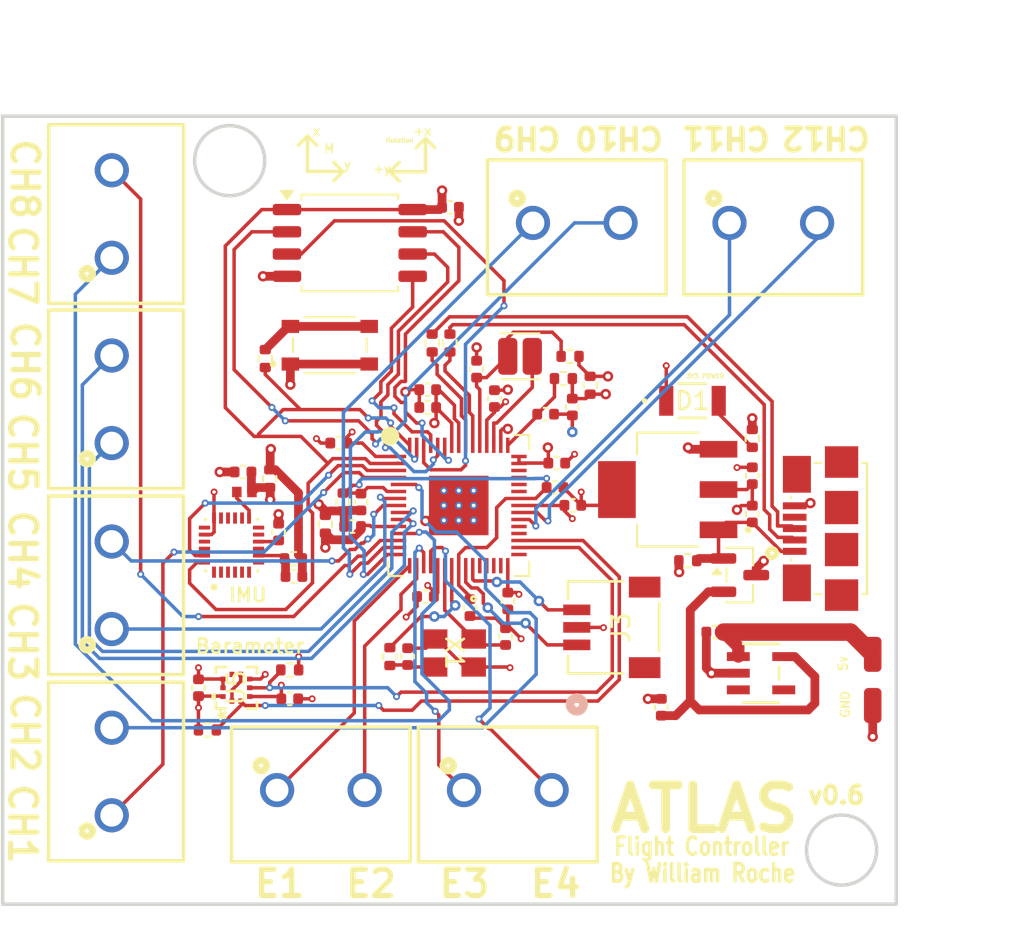
<source format=kicad_pcb>
(kicad_pcb (version 20241229) (generator "pcbnew") (generator_version "9.0")
  (layers (0 "F.Cu" signal) (4 "In1.Cu" signal "GND.Cu") (6 "In2.Cu" signal "3V3.Cu") (2 "B.Cu" signal) (13 "F.Paste" user) (15 "B.Paste" user) (5 "F.SilkS" user "F.Silkscreen") (7 "B.SilkS" user "B.Silkscreen") (1 "F.Mask" user) (3 "B.Mask" user) (25 "Edge.Cuts" user))
  (net 0 "")
  (net 1 "GND")
  (net 2 "+3V3")
  (net 3 "/1.65v")
  (net 4 "Net-(U2-REGOUT)")
  (net 5 "Net-(U1-VREG_AVDD)")
  (net 6 "Net-(U1-VREG_FB)")
  (net 7 "Net-(C18-Pad1)")
  (net 8 "Net-(U1-XIN)")
  (net 9 "Net-(C23-Pad1)")
  (net 10 "Net-(D1-A)")
  (net 11 "Net-(U2-VDD)")
  (net 13 "Net-(U1-SWCLK)")
  (net 14 "Net-(U1-SWDIO)")
  (net 15 "Net-(J4-Pin_1)")
  (net 16 "Net-(J4-Pin_2)")
  (net 17 "Net-(J5-Pin_2)")
  (net 18 "Net-(J5-Pin_1)")
  (net 19 "Net-(J6-Pin_1)")
  (net 20 "Net-(J6-Pin_2)")
  (net 21 "Net-(J7-Pin_2)")
  (net 22 "Net-(J7-Pin_1)")
  (net 23 "Net-(J8-Pin_2)")
  (net 24 "Net-(J8-Pin_1)")
  (net 25 "Net-(J9-Pin_2)")
  (net 26 "Net-(J9-Pin_1)")
  (net 27 "Net-(J10-Pin_2)")
  (net 28 "Net-(J10-Pin_1)")
  (net 29 "Net-(J11-Pin_2)")
  (net 30 "Net-(J11-Pin_1)")
  (net 31 "Net-(U1-VREG_LX)")
  (net 32 "Net-(J2-Pin_1)")
  (net 33 "Net-(U1-XOUT)")
  (net 34 "Net-(U1-USB_DM)")
  (net 35 "Net-(U1-USB_DP)")
  (net 36 "Net-(U1-GPIO1)")
  (net 37 "/SDA")
  (net 38 "Net-(U1-QSPI_SD1)")
  (net 39 "Net-(U1-QSPI_SD3)")
  (net 42 "Net-(R3-Pad2)")
  (net 43 "/SCL")
  (net 47 "Net-(U1-QSPI_SD2)")
  (net 49 "Net-(U1-QSPI_SD0)")
  (net 50 "Net-(U1-QSPI_SCLK)")
  (net 73 "Net-(Q1-S)")
  (net 74 "/-")
  (net 75 "/+")
  (net 76 "Net-(J1-VBUS)")
  (footprint "custom_footprint:691137710002" (layer "F.Cu") (at 105.537 95.464 90)
    (property "Reference" "J6" (hide yes))
    (property "Value" "Screw_Terminal_01x02" (hide yes))
  )
  (footprint "Resistor_SMD:R_0402_1005Metric" (layer "F.Cu") (at 124.841 70.995 90)
    (property "Reference" "R11" (hide yes))
    (property "Value" "27" (hide yes))
  )
  (footprint "Capacitor_SMD:C_0402_1005Metric" (layer "F.Cu") (at 125.984 86.106 -90)
    (property "Reference" "C19" (hide yes))
    (property "Value" "4.7u" (hide yes))
  )
  (footprint "custom_footprint:SOT230P700X180-4N" (layer "F.Cu") (at 137.271 79.362 180)
    (property "Reference" "U3" (hide yes))
    (property "Value" "LM3940IMPX-3.3_NOPB" (hide yes))
  )
  (footprint "custom_footprint:691137710002" (layer "F.Cu") (at 132.08 64.135)
    (property "Reference" "J9" (hide yes))
    (property "Value" "Screw_Terminal_01x02" (hide yes))
  )
  (footprint "Capacitor_SMD:C_0402_1005Metric" (layer "F.Cu") (at 115.937 84.328)
    (property "Reference" "C2" (hide yes))
    (property "Value" "0.1uF" (hide yes))
  )
  (footprint "Capacitor_SMD:C_0402_1005Metric" (layer "F.Cu") (at 131.854 80.264)
    (property "Reference" "C15" (hide yes))
    (property "Value" "100n" (hide yes))
  )
  (footprint "Capacitor_SMD:C_0402_1005Metric" (layer "F.Cu") (at 115.062 81.788 90)
    (property "Reference" "C3" (hide yes))
    (property "Value" "0.1uF" (hide yes))
  )
  (footprint "Capacitor_SMD:C_0402_1005Metric" (layer "F.Cu") (at 136.906 91.793 90)
    (property "Reference" "C25" (hide yes))
    (property "Value" "1uF" (hide yes))
  )
  (footprint "Resistor_SMD:R_0402_1005Metric" (layer "F.Cu") (at 138.416 83.426 180)
    (property "Reference" "R6" (hide yes))
    (property "Value" "100k" (hide yes))
  )
  (footprint "Capacitor_SMD:C_0402_1005Metric" (layer "F.Cu") (at 128.143 85.725 -90)
    (property "Reference" "C10" (hide yes))
    (property "Value" "100n" (hide yes))
  )
  (footprint "Resistor_SMD:R_0402_1005Metric" (layer "F.Cu") (at 132.842 73.406 -90)
    (property "Reference" "R4" (hide yes))
    (property "Value" "10k" (hide yes))
  )
  (footprint "Capacitor_SMD:C_0402_1005Metric" (layer "F.Cu") (at 115.697 91.313 180)
    (property "Reference" "C27" (hide yes))
    (property "Value" "100n" (hide yes))
  )
  (footprint "custom_footprint:RP2350A_QFN-60_EP_7.75x7.75_Pitch0.4mm" (layer "F.Cu") (at 125.343 80.2725)
    (property "Reference" "U1" (hide yes))
    (property "Value" "RP2350A-QFN60" (hide yes))
  )
  (footprint "Capacitor_SMD:C_0402_1005Metric" (layer "F.Cu") (at 123.571 73.66 180)
    (property "Reference" "C16" (hide yes))
    (property "Value" "100n" (hide yes))
  )
  (footprint "Capacitor_SMD:C_0402_1005Metric" (layer "F.Cu") (at 130.838 79.248)
    (property "Reference" "C20" (hide yes))
    (property "Value" "100n" (hide yes))
  )
  (footprint "Resistor_SMD:R_0402_1005Metric" (layer "F.Cu") (at 115.907 83.312)
    (property "Reference" "R2" (hide yes))
    (property "Value" "1k" (hide yes))
  )
  (footprint "Capacitor_SMD:C_0402_1005Metric" (layer "F.Cu") (at 126.365 72.489 90)
    (property "Reference" "C8" (hide yes))
    (property "Value" "4.7uF" (hide yes))
  )
  (footprint "custom_footprint:SOT-23-5_MC_MCH" (layer "F.Cu") (at 142.5956 89.850001)
    (property "Reference" "U7" (hide yes))
    (property "Value" "MIC5504-3.3YM5-TR" (hide yes))
  )
  (footprint "Capacitor_SMD:C_0402_1005Metric" (layer "F.Cu") (at 130.937 77.851)
    (property "Reference" "C14" (hide yes))
    (property "Value" "100n" (hide yes))
  )
  (footprint "Package_TO_SOT_SMD:SOT-23" (layer "F.Cu") (at 141.3835 84.249)
    (property "Reference" "Q1" (hide yes))
    (property "Value" "DMP3099L" (hide yes))
  )
  (footprint "Resistor_SMD:R_0402_1005Metric" (layer "F.Cu") (at 142.097 76.441 90)
    (property "Reference" "R13" (hide yes))
    (property "Value" "330" (hide yes))
  )
  (footprint "Capacitor_SMD:C_0402_1005Metric" (layer "F.Cu") (at 119.761 80.074318 -90)
    (property "Reference" "C18" (hide yes))
    (property "Value" "100n" (hide yes))
  )
  (footprint "Capacitor_SMD:C_0402_1005Metric" (layer "F.Cu") (at 142.097 80.759 90)
    (property "Reference" "C4" (hide yes))
    (property "Value" ".47uF" (hide yes))
  )
  (footprint "Inductor_SMD:L_Cenker_CKCS201610" (layer "F.Cu") (at 128.84 71.755)
    (property "Reference" "L1" (hide yes))
    (property "Value" "3.3uH" (hide yes))
  )
  (footprint "Capacitor_SMD:C_0402_1005Metric" (layer "F.Cu") (at 123.444 85.471 180)
    (property "Reference" "C9" (hide yes))
    (property "Value" "100n" (hide yes))
  )
  (footprint "Capacitor_SMD:C_0402_1005Metric" (layer "F.Cu") (at 113.03 78.359 180)
    (property "Reference" "C1" (hide yes))
    (property "Value" "0.1uF" (hide yes))
  )
  (footprint "Resistor_SMD:R_0402_1005Metric" (layer "F.Cu") (at 114.3 71.882 90)
    (property "Reference" "R3" (hide yes))
    (property "Value" "1k" (hide yes))
  )
  (footprint "Resistor_SMD:R_0402_1005Metric" (layer "F.Cu") (at 114.554 78.74 -90)
    (property "Reference" "R1" (hide yes))
    (property "Value" "1k" (hide yes))
  )
  (footprint "Capacitor_SMD:C_0402_1005Metric" (layer "F.Cu") (at 122.428 88.9 90)
    (property "Reference" "C23" (hide yes))
    (property "Value" "15p" (hide yes))
  )
  (footprint "custom_footprint:691137710002" (layer "F.Cu") (at 143.296 64.135)
    (property "Reference" "J10" (hide yes))
    (property "Value" "Screw_Terminal_01x02" (hide yes))
  )
  (footprint "Resistor_SMD:R_0402_1005Metric" (layer "F.Cu") (at 121.412 88.9 -90)
    (property "Reference" "R10" (hide yes))
    (property "Value" "1k" (hide yes))
  )
  (footprint "custom_footprint:CONN_SM03B-SRSS-TB_JST" (layer "F.Cu") (at 134.18 87.233001 90)
    (property "Reference" "J3")
    (property "Value" "SM03B-SRSS-TB" (hide yes))
  )
  (footprint "Capacitor_SMD:C_0402_1005Metric" (layer "F.Cu") (at 131.826 74.648 -90)
    (property "Reference" "C6" (hide yes))
    (property "Value" "4.7uF" (hide yes))
  )
  (footprint "Capacitor_SMD:C_0402_1005Metric" (layer "F.Cu") (at 139.954 87.503 180)
    (property "Reference" "C24" (hide yes))
    (property "Value" "1uF" (hide yes))
  )
  (footprint "Capacitor_SMD:C_0402_1005Metric" (layer "F.Cu") (at 127.381 74.168 90)
    (property "Reference" "C11" (hide yes))
    (property "Value" "100n" (hide yes))
  )
  (footprint "Connector_Wire:SolderWirePad_1x01_SMD_1x2mm" (layer "F.Cu") (at 148.971 88.773 180)
    (property "Reference" "J2" (hide yes))
    (property "Value" "Ext 5v" (hide yes))
  )
  (footprint "custom_footprint:691137710002" (layer "F.Cu") (at 105.541 63.627 90)
    (property "Reference" "J8" (hide yes))
    (property "Value" "Screw_Terminal_01x02" (hide yes))
  )
  (footprint "Resistor_SMD:R_0402_1005Metric" (layer "F.Cu") (at 131.316 73.025 180)
    (property "Reference" "R14" (hide yes))
    (property "Value" "33" (hide yes))
  )
  (footprint "custom_footprint:691137710002" (layer "F.Cu") (at 105.537 74.208 90)
    (property "Reference" "J7" (hide yes))
    (property "Value" "Screw_Terminal_01x02" (hide yes))
  )
  (footprint "custom_footprint:ABM8-272-T3_ABR" (layer "F.Cu") (at 125.095 88.6963 -90)
    (property "Reference" "X1")
    (property "Value" "ABM8-272-T3" (hide yes))
  )
  (footprint "custom_footprint:LGA10_2.0X2.0X0.95_BOS" (layer "F.Cu") (at 112.649 90.682 90)
    (property "Reference" "U5")
    (property "Value" "BMP384" (hide yes))
  )
  (footprint "Capacitor_SMD:C_0402_1005Metric" (layer "F.Cu") (at 124.8725 63.246)
    (property "Reference" "C21" (hide yes))
    (property "Value" "100n" (hide yes))
  )
  (footprint "Capacitor_SMD:C_0402_1005Metric" (layer "F.Cu") (at 130.302 75.057)
    (property "Reference" "C7" (hide yes))
    (property "Value" "4.7uF" (hide yes))
  )
  (footprint "Resistor_SMD:R_0402_1005Metric" (layer "F.Cu") (at 118.745 80.074318 -90)
    (property "Reference" "R8" (hide yes))
    (property "Value" "4.7k" (hide yes))
  )
  (footprint "Capacitor_SMD:C_0402_1005Metric" (layer "F.Cu") (at 128.016 87.757 90)
    (property "Reference" "C22" (hide yes))
    (property "Value" "15p" (hide yes))
  )
  (footprint "Connector_Wire:SolderWirePad_1x01_SMD_1x2mm" (layer "F.Cu") (at 148.971 91.694)
    (property "Reference" "J12" (hide yes))
    (property "Value" "GND" (hide yes))
  )
  (footprint "custom_footprint:QFN40P300X300X105-24N" (layer "F.Cu") (at 112.374 82.534 90)
    (property "Reference" "U2" (hide yes))
    (property "Value" "ICM-20948" (hide yes))
  )
  (footprint "Capacitor_SMD:C_0402_1005Metric" (layer "F.Cu") (at 118.491 76.708 180)
    (property "Reference" "C12" (hide yes))
    (property "Value" "100n" (hide yes))
  )
  (footprint "Package_SO:SOIC-8_5.3x5.3mm_P1.27mm" (layer "F.Cu") (at 119.126 65.278)
    (property "Reference" "U4" (hide yes))
    (property "Value" "W25Q128JVS" (hide yes))
  )
  (footprint "Capacitor_SMD:C_0402_1005Metric" (layer "F.Cu") (at 123.571 74.676 180)
    (property "Reference" "C17" (hide yes))
    (property "Value" "100n" (hide yes))
  )
  (footprint "Resistor_SMD:R_0402_1005Metric" (layer "F.Cu") (at 131.697 71.755)
    (property "Reference" "R5" (hide yes))
    (property "Value" "4.7k" (hide yes))
  )
  (footprint "Resistor_SMD:R_0402_1005Metric" (layer "F.Cu") (at 117.729 81.344318 90)
    (property "Reference" "R7" (hide yes))
    (property "Value" "10k" (hide yes))
  )
  (footprint "Resistor_SMD:R_0402_1005Metric" (layer "F.Cu") (at 123.825 70.995 90)
    (property "Reference" "R12" (hide yes))
    (property "Value" "27" (hide yes))
  )
  (footprint "Resistor_SMD:R_0402_1005Metric" (layer "F.Cu") (at 115.697 89.662)
    (property "Reference" "R9" (hide yes))
    (property "Value" "4.7k" (hide yes))
  )
  (footprint "Resistor_SMD:R_0402_1005Metric" (layer "F.Cu") (at 110.996 93.091 180)
    (property "Reference" "R15" (hide yes))
    (property "Value" "4.7k" (hide yes))
  )
  (footprint "custom_footprint:AMPHENOL_10118192-0001LF" (layer "F.Cu") (at 144.518 81.591 90)
    (property "Reference" "J1" (hide yes))
    (property "Value" "USB_B_Micro" (hide yes))
  )
  (footprint "custom_footprint:691137710002" (layer "F.Cu") (at 128.143 96.524)
    (property "Reference" "J11" (hide yes))
    (property "Value" "Screw_Terminal_01x02" (hide yes))
  )
  (footprint "Capacitor_SMD:C_0402_1005Metric" (layer "F.Cu") (at 119.281 81.471318 180)
    (property "Reference" "C13" (hide yes))
    (property "Value" "100n" (hide yes))
  )
  (footprint "custom_footprint:SW_TL3365AF180QG" (layer "F.Cu") (at 117.983 71.12)
    (property "Reference" "S1" (hide yes))
    (property "Value" "TL3365AF180QG" (hide yes))
  )
  (footprint "Capacitor_SMD:C_0402_1005Metric" (layer "F.Cu") (at 110.49 90.678 90)
    (property "Reference" "C26" (hide yes))
    (property "Value" "100n" (hide yes))
  )
  (footprint "custom_footprint:LED_CMD15-21_VCC" (layer "F.Cu") (at 138.684 74.295)
    (property "Reference" "D1")
    (property "Value" "LED" (hide yes))
  )
  (footprint "custom_footprint:691137710002" (layer "F.Cu") (at 117.475 96.524)
    (property "Reference" "J5" (hide yes))
    (property "Value" "Screw_Terminal_01x02" (hide yes))
  )
  (footprint "Capacitor_SMD:C_0402_1005Metric" (layer "F.Cu") (at 142.097 78.572 -90)
    (property "Reference" "C5" (hide yes))
    (property "Value" "33uF" (hide yes))
  )
  (footprint "custom_footprint:BEADC1005X55N" (layer "F.Cu") (at 113.109 79.502)
    (property "Reference" "FL1" (hide yes))
    (property "Value" "BLM15AX601SN1D" (hide yes))
  )
  (footprint "custom_footprint:691137710002" (layer "F.Cu") (at 105.537 84.829 90)
    (property "Reference" "J4" (hide yes))
    (property "Value" "Screw_Terminal_01x02" (hide yes))
  )
  (gr_line (start 116.713 59.170835) (end 116.18267 59.701165) (stroke (width 0.2)) (layer "F.SilkS"))
  (gr_line (start 123.444 61.214) (end 123.444 59.309) (stroke (width 0.2)) (layer "F.SilkS"))
  (gr_line (start 118.745 61.202835) (end 118.21467 61.733165) (stroke (width 0.2)) (layer "F.SilkS"))
  (gr_line (start 123.444 59.309) (end 123.97433 59.83933) (stroke (width 0.2)) (layer "F.SilkS"))
  (gr_line (start 123.444 61.214) (end 121.444 61.214) (stroke (width 0.2)) (layer "F.SilkS"))
  (gr_line (start 123.444 59.309) (end 122.91367 59.83933) (stroke (width 0.2)) (layer "F.SilkS"))
  (gr_line (start 116.713 61.202835) (end 116.713 59.202835) (stroke (width 0.2)) (layer "F.SilkS"))
  (gr_line (start 118.745 61.202835) (end 118.21467 60.672505) (stroke (width 0.2)) (layer "F.SilkS"))
  (gr_line (start 121.412 61.214) (end 121.94233 60.68367) (stroke (width 0.2)) (layer "F.SilkS"))
  (gr_line (start 121.412 61.214) (end 121.94233 61.74433) (stroke (width 0.2)) (layer "F.SilkS"))
  (gr_line (start 116.713 59.170835) (end 117.24333 59.701165) (stroke (width 0.2)) (layer "F.SilkS"))
  (gr_line (start 116.713 61.202835) (end 118.713 61.202835) (stroke (width 0.2)) (layer "F.SilkS"))
  (gr_circle (center 147.193 99.949) (end 149.193 99.949) (stroke (width 0.2)) (fill no) (layer "Edge.Cuts"))
  (gr_circle (center 112.268 60.579) (end 114.268 60.579) (stroke (width 0.2)) (fill no) (layer "Edge.Cuts"))
  (gr_rect (start 99.314 58.039) (end 150.314 103.039) (stroke (width 0.2)) (fill no) (layer "Edge.Cuts"))
  (gr_text "CH1" (at 99.568 96.012 270) (layer "F.SilkS") (effects (font (size 1.5 1.5) (thickness 0.3) (bold yes)) (justify left bottom)))
  (gr_text "CH2" (at 99.695 90.805 270) (layer "F.SilkS") (effects (font (size 1.5 1.5) (thickness 0.3) (bold yes)) (justify left bottom)))
  (gr_text "y" (at 118.733835 61.087 0) (layer "F.SilkS") (effects (font (size 0.5 0.5) (thickness 0.1) (bold yes)) (justify left bottom)))
  (gr_text "IMU" (at 112.141 85.852 0) (layer "F.SilkS") (effects (font (size 0.8 0.8) (thickness 0.15) (bold yes)) (justify left bottom)))
  (gr_text "CH3" (at 99.568 85.598 270) (layer "F.SilkS") (effects (font (size 1.5 1.5) (thickness 0.3) (bold yes)) (justify left bottom)))
  (gr_text "CH8" (at 99.695 59.182 270) (layer "F.SilkS") (effects (font (size 1.5 1.5) (thickness 0.3) (bold yes)) (justify left bottom)))
  (gr_text "+x" (at 122.682 59.182 0) (layer "F.SilkS") (effects (font (size 0.5 0.5) (thickness 0.1) (bold yes)) (justify left bottom)))
  (gr_text "CH4" (at 99.568 80.391 270) (layer "F.SilkS") (effects (font (size 1.5 1.5) (thickness 0.3) (bold yes)) (justify left bottom)))
  (gr_text "3V3 POWER" (at 138.303 73.025 0) (layer "F.SilkS") (effects (font (size 0.25 0.25) (thickness 0.0625) (bold yes)) (justify left bottom)))
  (gr_text "CH5" (at 99.568 74.803 270) (layer "F.SilkS") (effects (font (size 1.5 1.5) (thickness 0.3) (bold yes)) (justify left bottom)))
  (gr_text "E1" (at 113.538 102.743 0) (layer "F.SilkS") (effects (font (size 1.5 1.5) (thickness 0.3) (bold yes)) (justify left bottom)))
  (gr_text "By William Roche" (at 133.858 101.854 0) (layer "F.SilkS") (effects (font (size 1 0.8) (thickness 0.2) (bold yes)) (justify left bottom)))
  (gr_text "E4" (at 129.286 102.743 0) (layer "F.SilkS") (effects (font (size 1.5 1.5) (thickness 0.3) (bold yes)) (justify left bottom)))
  (gr_text "CH12" (at 148.971 58.547 180) (layer "F.SilkS") (effects (font (size 1.25 1.25) (thickness 0.3) (bold yes)) (justify left bottom)))
  (gr_text "x" (at 116.955835 59.182 0) (layer "F.SilkS") (effects (font (size 0.5 0.5) (thickness 0.1) (bold yes)) (justify left bottom)))
  (gr_text "CH7" (at 99.568 64.135 270) (layer "F.SilkS") (effects (font (size 1.5 1.5) (thickness 0.3) (bold yes)) (justify left bottom)))
  (gr_text "CH9\n" (at 131.318 58.547 180) (layer "F.SilkS") (effects (font (size 1.25 1.25) (thickness 0.3) (bold yes)) (justify left bottom)))
  (gr_text "Flight Controller" (at 134.112 100.33 0) (layer "F.SilkS") (effects (font (size 1 0.8) (thickness 0.1875) (bold yes)) (justify left bottom)))
  (gr_text "CH11" (at 143.256 58.547 180) (layer "F.SilkS") (effects (font (size 1.25 1.25) (thickness 0.3) (bold yes)) (justify left bottom)))
  (gr_text "ATLAS" (at 133.731 99.06 0) (layer "F.SilkS") (effects (font (size 2.5 2.5) (thickness 0.5) (bold yes)) (justify left bottom)))
  (gr_text "Rotation" (at 121.158 59.563 0) (layer "F.SilkS") (effects (font (size 0.25 0.25) (thickness 0.0625) (bold yes)) (justify left bottom)))
  (gr_text "CH6" (at 99.695 69.596 270) (layer "F.SilkS") (effects (font (size 1.5 1.5) (thickness 0.3) (bold yes)) (justify left bottom)))
  (gr_text "CH10" (at 137.16 58.547 180) (layer "F.SilkS") (effects (font (size 1.25 1.25) (thickness 0.3) (bold yes)) (justify left bottom)))
  (gr_text "M" (at 117.602 60.198 0) (layer "F.SilkS") (effects (font (size 0.5 0.5) (thickness 0.1) (bold yes)) (justify left bottom)))
  (gr_text "+y" (at 120.396 61.341 0) (layer "F.SilkS") (effects (font (size 0.5 0.5) (thickness 0.1) (bold yes)) (justify left bottom)))
  (gr_text "v0.6" (at 145.161 97.409 0) (layer "F.SilkS") (effects (font (size 1 1) (thickness 0.25) (bold yes)) (justify left bottom)))
  (gr_text "Baramoter" (at 110.236 88.773 0) (layer "F.SilkS") (effects (font (size 0.8 0.8) (thickness 0.15) (bold yes)) (justify left bottom)))
  (gr_text "GND" (at 147.701 92.456 90) (layer "F.SilkS") (effects (font (size 0.5 0.5) (thickness 0.1) (bold yes)) (justify left bottom)))
  (gr_text "E2" (at 118.745 102.743 0) (layer "F.SilkS") (effects (font (size 1.5 1.5) (thickness 0.3) (bold yes)) (justify left bottom)))
  (gr_text "5v" (at 147.574 89.789 90) (layer "F.SilkS") (effects (font (size 0.5 0.5) (thickness 0.1) (bold yes)) (justify left bottom)))
  (gr_text "E3\n" (at 124.079 102.743 0) (layer "F.SilkS") (effects (font (size 1.5 1.5) (thickness 0.3) (bold yes)) (justify left bottom)))
  (segment (start 111.379 81.788) (end 111.379 81.004) (width 0.2) (layer "F.Cu") (net 1))
  (segment (start 114.873999 78.23) (end 116.196 79.552001) (width 0.5) (layer "F.Cu") (net 1))
  (segment (start 142.097 80.279) (end 141.463 80.279) (width 0.2) (layer "F.Cu") (net 1))
  (segment (start 118.011 76.708) (end 117.475 76.708) (width 0.2) (layer "F.Cu") (net 1))
  (segment (start 123.471299 88.42) (end 123.995 87.896299) (width 0.2) (layer "F.Cu") (net 1))
  (segment (start 131.445 77.851) (end 131.953 77.343) (width 0.2) (layer "F.Cu") (net 1))
  (segment (start 118.775 80.554318) (end 118.745 80.584318) (width 0.5) (layer "F.Cu") (net 1))
  (segment (start 118.745 80.584318) (end 117.979 80.584318) (width 0.5) (layer "F.Cu") (net 1))
  (segment (start 126.193 80.2725) (end 126.193 81.1225) (width 0.5) (layer "F.Cu") (net 1))
  (segment (start 132.207 71.755) (end 132.207 72.261) (width 0.2) (layer "F.Cu") (net 1))
  (segment (start 131.417 77.851) (end 131.445 77.851) (width 0.2) (layer "F.Cu") (net 1))
  (segment (start 117.979 80.584318) (end 117.729 80.834318) (width 0.5) (layer "F.Cu") (net 1))
  (segment (start 128.298 87.277) (end 128.905 87.884) (width 0.2) (layer "F.Cu") (net 1))
  (segment (start 132.207 72.261) (end 132.842 72.896) (width 0.2) (layer "F.Cu") (net 1))
  (segment (start 139.474 87.503) (end 139.474 89.558002) (width 0.5) (layer "F.Cu") (net 1))
  (segment (start 122.964 86.023107) (end 122.342421 86.644686) (width 0.2) (layer "F.Cu") (net 1))
  (segment (start 125.343 81.1225) (end 124.493 81.1225) (width 0.5) (layer "F.Cu") (net 1))
  (segment (start 126.105 86.707) (end 127.446 86.707) (width 0.2) (layer "F.Cu") (net 1))
  (segment (start 128.143 75.897498) (end 127.844973 75.897498) (width 0.2) (layer "F.Cu") (net 1))
  (segment (start 127.446 86.707) (end 128.016 87.277) (width 0.2) (layer "F.Cu") (net 1))
  (segment (start 127.381 73.688) (end 128.115 73.688) (width 0.2) (layer "F.Cu") (net 1))
  (segment (start 128.231301 89.496301) (end 128.27 89.535) (width 0.2) (layer "F.Cu") (net 1))
  (segment (start 111.887 90.182001) (end 110.505999 90.182001) (width 0.2) (layer "F.Cu") (net 1))
  (segment (start 115.217 90.531) (end 115.217 91.313) (width 0.2) (layer "F.Cu") (net 1))
  (segment (start 117.729 80.582318) (end 117.348 80.201318) (width 0.5) (layer "F.Cu") (net 1))
  (segment (start 128.143 87.15) (end 128.016 87.277) (width 0.2) (layer "F.Cu") (net 1))
  (segment (start 132.334 79.502) (end 132.334 80.264) (width 0.2) (layer "F.Cu") (net 1))
  (segment (start 114.582 77.089) (end 114.582 78.228) (width 0.5) (layer "F.Cu") (net 1))
  (segment (start 123.091 74.676) (end 123.091 73.787) (width 0.2) (layer "F.Cu") (net 1))
  (segment (start 140.171 79.362) (end 141.787 79.362) (width 0.2) (layer "F.Cu") (net 1))
  (segment (start 139.765999 89.850001) (end 141.3002 89.850001) (width 0.5) (layer "F.Cu") (net 1))
  (segment (start 120.233 72.195) (end 115.733 72.195) (width 0.5) (layer "F.Cu") (net 1))
  (segment (start 144.518 80.291) (end 145.261 80.291) (width 0.2) (layer "F.Cu") (net 1))
  (segment (start 128.143 86.205) (end 128.143 87.15) (width 0.2) (layer "F.Cu") (net 1))
  (segment (start 115.062 81.308) (end 115.062 80.772) (width 0.5) (layer "F.Cu") (net 1))
  (segment (start 124.493 81.1225) (end 123.4745 81.1225) (width 0.5) (layer "F.Cu") (net 1))
  (segment (start 137.187 72.29) (end 137.187 74.295) (width 0.2) (layer "F.Cu") (net 1))
  (segment (start 125.984 86.586) (end 126.105 86.707) (width 0.2) (layer "F.Cu") (net 1))
  (segment (start 110.829 81.934) (end 111.233 81.934) (width 0.2) (layer "F.Cu") (net 1))
  (segment (start 131.755 75.057) (end 131.826 75.128) (width 0.2) (layer "F.Cu") (net 1))
  (segment (start 115.085999 91.181999) (end 115.217 91.313) (width 0.2) (layer "F.Cu") (net 1))
  (segment (start 145.261 80.291) (end 145.415 80.137) (width 0.2) (layer "F.Cu") (net 1))
  (segment (start 124.493 79.4225) (end 124.493 80.2725) (width 0.5) (layer "F.Cu") (net 1))
  (segment (start 122.428 88.42) (end 123.471299 88.42) (width 0.2) (layer "F.Cu") (net 1))
  (segment (start 117.729 80.834318) (end 117.729 80.582318) (width 0.5) (layer "F.Cu") (net 1))
  (segment (start 128.115 73.688) (end 128.143 73.66) (width 0.2) (layer "F.Cu") (net 1))
  (segment (start 126.195 89.496301) (end 128.231301 89.496301) (width 0.2) (layer "F.Cu") (net 1))
  (segment (start 114.554 78.23) (end 114.873999 78.23) (width 0.5) (layer "F.Cu") (net 1))
  (segment (start 122.964 85.471) (end 122.964 86.023107) (width 0.2) (layer "F.Cu") (net 1))
  (segment (start 130.782 75.057) (end 131.755 75.057) (width 0.2) (layer "F.Cu") (net 1))
  (segment (start 132.334 80.264) (end 133.469 80.264) (width 0.2) (layer "F.Cu") (net 1))
  (segment (start 114.619 77.052) (end 114.582 77.089) (width 0.5) (layer "F.Cu") (net 1))
  (segment (start 117.475 76.708) (end 117.221 76.454) (width 0.2) (layer "F.Cu") (net 1))
  (segment (start 125.3525 64.0045) (end 125.349 64.008) (width 0.5) (layer "F.Cu") (net 1))
  (segment (start 122.428 73.66) (end 122.301 73.787) (width 0.2) (layer "F.Cu") (net 1))
  (segment (start 125.691301 89.496301) (end 126.195 89.496301) (width 0.2) (layer "F.Cu") (net 1))
  (segment (start 124.493 80.2725) (end 125.343 80.2725) (width 0.5) (layer "F.Cu") (net 1))
  (segment (start 141.463 80.279) (end 141.224 80.518) (width 0.2) (layer "F.Cu") (net 1))
  (segment (start 116.196 83.091) (end 116.417 83.312) (width 0.5) (layer "F.Cu") (net 1))
  (segment (start 133.469 80.264) (end 134.371 79.362) (width 0.2) (layer "F.Cu") (net 1))
  (segment (start 116.196 79.552001) (end 116.196 83.091) (width 0.5) (layer "F.Cu") (net 1))
  (segment (start 139.474 89.558002) (end 139.765999 89.850001) (width 0.5) (layer "F.Cu") (net 1))
  (segment (start 111.233 81.934) (end 111.379 81.788) (width 0.2) (layer "F.Cu") (net 1))
  (segment (start 132.842 72.896) (end 133.856 72.896) (width 0.2) (layer "F.Cu") (net 1))
  (segment (start 127.743 75.999471) (end 127.743 76.835) (width 0.2) (layer "F.Cu") (net 1))
  (segment (start 137.906 83.426) (end 137.906 84.058) (width 0.5) (layer "F.Cu") (net 1))
  (segment (start 113.411 91.181999) (end 115.085999 91.181999) (width 0.2) (layer "F.Cu") (net 1))
  (segment (start 115.733 73.37) (end 115.733 72.195) (width 0.5) (layer "F.Cu") (net 1))
  (segment (start 128.016 87.277) (end 128.298 87.277) (width 0.2) (layer "F.Cu") (net 1))
  (segment (start 116.417 84.328) (end 116.417 83.312) (width 0.5) (layer "F.Cu") (net 1))
  (segment (start 131.318 79.248) (end 132.334 80.264) (width 0.2) (layer "F.Cu") (net 1))
  (segment (start 119.761 80.554318) (end 118.775 80.554318) (width 0.5) (layer "F.Cu") (net 1))
  (segment (start 111.887 90.682) (end 111.887 90.182001) (width 0.2) (layer "F.Cu") (net 1))
  (segment (start 125.343 80.2725) (end 126.193 80.2725) (width 0.5) (layer "F.Cu") (net 1))
  (segment (start 131.826 75.128) (end 131.826 76.073) (width 0.2) (layer "F.Cu") (net 1))
  (segment (start 125.3525 63.246) (end 125.3525 64.0045) (width 0.5) (layer "F.Cu") (net 1))
  (segment (start 148.971 91.694) (end 148.971 93.472) (width 0.5) (layer "F.Cu") (net 1))
  (segment (start 118.801 81.471318) (end 118.801 80.640318) (width 0.5) (layer "F.Cu") (net 1))
  (segment (start 115.5385 67.183) (end 114.173 67.183) (width 0.5) (layer "F.Cu") (net 1))
  (segment (start 126.365 72.009) (end 126.365 71.247) (width 0.2) (layer "F.Cu") (net 1))
  (segment (start 136.906 91.313) (end 136.144 91.313) (width 0.5) (layer "F.Cu") (net 1))
  (segment (start 126.193 81.1225) (end 125.343 81.1225) (width 0.5) (layer "F.Cu") (net 1))
  (segment (start 124.091299 87.896299) (end 125.691301 89.496301) (width 0.2) (layer "F.Cu") (net 1))
  (segment (start 123.091 73.66) (end 122.428 73.66) (width 0.2) (layer "F.Cu") (net 1))
  (segment (start 111.374 80.989) (end 111.374 79.507) (width 0.2) (layer "F.Cu") (net 1))
  (segment (start 111.379 81.004) (end 111.364 80.989) (width 0.2) (layer "F.Cu") (net 1))
  (segment (start 110.49 90.198) (end 110.49 89.535) (width 0.2) (layer "F.Cu") (net 1))
  (segment (start 133.588001 87.233001) (end 133.604 87.249) (width 0.2) (layer "F.Cu") (net 1))
  (segment (start 110.505999 90.182001) (end 110.49 90.198) (width 0.2) (layer "F.Cu") (net 1))
  (segment (start 141.787 79.362) (end 142.097 79.052) (width 0.2) (layer "F.Cu") (net 1))
  (segment (start 112.55 78.359) (end 111.703 78.359) (width 0.5) (layer "F.Cu") (net 1))
  (segment (start 123.995 87.896299) (end 124.091299 87.896299) (width 0.2) (layer "F.Cu") (net 1))
  (segment (start 133.856 72.896) (end 133.858 72.898) (width 0.2) (layer "F.Cu") (net 1))
  (segment (start 123.4745 81.1225) (end 123.444 81.153) (width 0.5) (layer "F.Cu") (net 1))
  (segment (start 118.801 80.640318) (end 118.745 80.584318) (width 0.5) (layer "F.Cu") (net 1))
  (segment (start 127.844973 75.897498) (end 127.743 75.999471) (width 0.2) (layer "F.Cu") (net 1))
  (segment (start 125.343 79.4225) (end 124.493 79.4225) (width 0.5) (layer "F.Cu") (net 1))
  (segment (start 132.08 87.233001) (end 133.588001 87.233001) (width 0.2) (layer "F.Cu") (net 1))
  (segment (start 142.097 79.052) (end 142.097 80.279) (width 0.2) (layer "F.Cu") (net 1))
  (segment (start 111.374 79.507) (end 111.379 79.502) (width 0.2) (layer "F.Cu") (net 1))
  (segment (start 126.193 79.4225) (end 125.343 79.4225) (width 0.5) (layer "F.Cu") (net 1))
  (segment (start 137.906 84.058) (end 137.922 84.074) (width 0.5) (layer "F.Cu") (net 1))
  (via blind (at 133.604 87.249) (size 0.4) (drill 0.2) (layers "F.Cu" "In1.Cu") (net 1))
  (via blind (at 141.224 80.518) (size 0.6) (drill 0.3) (layers "F.Cu" "In1.Cu") (net 1))
  (via blind (at 114.173 67.183) (size 0.6) (drill 0.3) (layers "F.Cu" "In1.Cu") (net 1))
  (via blind (at 136.144 91.313) (size 0.6) (drill 0.3) (layers "F.Cu" "In1.Cu") (net 1))
  (via blind (at 132.334 79.502) (size 0.4) (drill 0.2) (layers "F.Cu" "In1.Cu") (net 1))
  (via blind (at 128.905 87.884) (size 0.4) (drill 0.2) (layers "F.Cu" "In1.Cu") (net 1))
  (via blind (at 131.953 77.343) (size 0.4) (drill 0.2) (layers "F.Cu" "In1.Cu") (net 1))
  (via blind (at 110.49 89.535) (size 0.4) (drill 0.2) (layers "F.Cu" "In1.Cu") (net 1))
  (via blind (at 139.765999 89.850001) (size 0.6) (drill 0.3) (layers "F.Cu" "In1.Cu") (net 1))
  (via blind (at 111.379 79.502) (size 0.4) (drill 0.2) (layers "F.Cu" "In1.Cu") (net 1))
  (via blind (at 114.619 77.052) (size 0.6) (drill 0.3) (layers "F.Cu" "In1.Cu") (net 1))
  (via blind (at 117.221 76.454) (size 0.4) (drill 0.2) (layers "F.Cu" "In1.Cu") (net 1))
  (via blind (at 137.187 72.29) (size 0.4) (drill 0.2) (layers "F.Cu" "In1.Cu") (net 1))
  (via blind (at 128.27 89.535) (size 0.4) (drill 0.2) (layers "F.Cu" "In1.Cu") (net 1))
  (via blind (at 123.444 81.153) (size 0.6) (drill 0.3) (layers "F.Cu" "In1.Cu") (net 1))
  (via blind (at 115.062 80.772) (size 0.6) (drill 0.3) (layers "F.Cu" "In1.Cu") (net 1))
  (via blind (at 128.143 73.66) (size 0.6) (drill 0.3) (layers "F.Cu" "In1.Cu") (net 1))
  (via blind (at 111.703 78.359) (size 0.6) (drill 0.3) (layers "F.Cu" "In1.Cu") (net 1))
  (via blind (at 122.301 73.787) (size 0.6) (drill 0.3) (layers "F.Cu" "In1.Cu") (net 1))
  (via blind (at 137.922 84.074) (size 0.6) (drill 0.3) (layers "F.Cu" "In1.Cu") (net 1))
  (via blind (at 115.733 73.37) (size 0.6) (drill 0.3) (layers "F.Cu" "In1.Cu") (net 1))
  (via blind (at 126.365 71.247) (size 0.6) (drill 0.3) (layers "F.Cu" "In1.Cu") (net 1))
  (via blind (at 131.826 76.073) (size 0.6) (drill 0.3) (layers "F.Cu" "B.Cu") (net 1))
  (via blind (at 148.971 93.472) (size 0.6) (drill 0.3) (layers "F.Cu" "In1.Cu") (net 1))
  (via blind (at 122.342421 86.644686) (size 0.4) (drill 0.2) (layers "F.Cu" "In1.Cu") (net 1))
  (via blind (at 128.143 75.897498) (size 0.6) (drill 0.3) (layers "F.Cu" "In1.Cu") (net 1))
  (via blind (at 125.349 64.008) (size 0.6) (drill 0.3) (layers "F.Cu" "In1.Cu") (net 1))
  (via blind (at 117.348 80.201318) (size 0.6) (drill 0.3) (layers "F.Cu" "In1.Cu") (net 1))
  (via blind (at 115.217 90.531) (size 0.4) (drill 0.2) (layers "F.Cu" "In1.Cu") (net 1))
  (via blind (at 145.415 80.137) (size 0.6) (drill 0.3) (layers "F.Cu" "In1.Cu") (net 1))
  (via blind (at 133.858 72.898) (size 0.6) (drill 0.3) (layers "F.Cu" "In1.Cu") (net 1))
  (segment (start 124.2655 63.373) (end 124.3925 63.246) (width 0.5) (layer "F.Cu") (net 2))
  (segment (start 118.971 76.361) (end 119.259 76.073) (width 0.2) (layer "F.Cu") (net 2))
  (segment (start 120.2905 77.8725) (end 121.9055 77.8725) (width 0.2) (layer "F.Cu") (net 2))
  (segment (start 115.46955 86.213) (end 116.998 84.68455) (width 0.2) (layer "F.Cu") (net 2))
  (segment (start 131.374 80.264) (end 131.374 80.574) (width 0.2) (layer "F.Cu") (net 2))
  (segment (start 117.8775 77.8725) (end 116.332 76.327) (width 0.2) (layer "F.Cu") (net 2))
  (segment (start 142.321 83.866) (end 142.321 84.249) (width 0.5) (layer "F.Cu") (net 2))
  (segment (start 131.826 73.025) (end 131.826 74.168) (width 0.2) (layer "F.Cu") (net 2))
  (segment (start 128.143 85.245) (end 128.679 85.245) (width 0.2) (layer "F.Cu") (net 2))
  (segment (start 119.189682 82.232318) (end 119.761 81.661) (width 0.5) (layer "F.Cu") (net 2))
  (segment (start 114.3 72.392) (end 114.3 72.786943) (width 0.2) (layer "F.Cu") (net 2))
  (segment (start 117.8775 77.8725) (end 118.153 77.597) (width 0.2) (layer "F.Cu") (net 2))
  (segment (start 113.51 79.471) (end 113.541 79.502) (width 0.5) (layer "F.Cu") (net 2))
  (segment (start 120.5965 77.4725) (end 121.9055 77.4725) (width 0.2) (layer "F.Cu") (net 2))
  (segment (start 124.143 83.71) (end 124.143 85.252) (width 0.2) (layer "F.Cu") (net 2))
  (segment (start 110.486 91.825) (end 110.49 91.821) (width 0.2) (layer "F.Cu") (net 2))
  (segment (start 118.971 76.708) (end 119.832 76.708) (width 0.2) (layer "F.Cu") (net 2))
  (segment (start 125.095 74.549) (end 125.095 75.311) (width 0.2) (layer "F.Cu") (net 2))
  (segment (start 130.457 77.851) (end 128.802 77.851) (width 0.2) (layer "F.Cu") (net 2))
  (segment (start 115.5385 63.373) (end 122.7135 63.373) (width 0.2) (layer "F.Cu") (net 2))
  (segment (start 124.051 75.466) (end 123.952 75.565) (width 0.2) (layer "F.Cu") (net 2))
  (segment (start 122.7135 63.373) (end 124.2655 63.373) (width 0.5) (layer "F.Cu") (net 2))
  (segment (start 111.486 86.213) (end 115.46955 86.213) (width 0.2) (layer "F.Cu") (net 2))
  (segment (start 110.49 91.158) (end 111.863001 91.158) (width 0.2) (layer "F.Cu") (net 2))
  (segment (start 113.919 76.327) (end 113.665 76.327) (width 0.2) (layer "F.Cu") (net 2))
  (segment (start 112.021 65.451479) (end 112.021 74.683) (width 0.2) (layer "F.Cu") (net 2))
  (segment (start 124.051 73.787) (end 124.051 74.676) (width 0.2) (layer "F.Cu") (net 2))
  (segment (start 113.51 78.359) (end 113.51 79.471) (width 0.5) (layer "F.Cu") (net 2))
  (segment (start 112.899 89.92) (end 112.899 90.3141) (width 0.2) (layer "F.Cu") (net 2))
  (segment (start 123.924 85.189) (end 123.571 84.836) (width 0.2) (layer "F.Cu") (net 2))
  (segment (start 131.826 74.168) (end 132.59 74.168) (width 0.2) (layer "F.Cu") (net 2))
  (segment (start 132.59 74.168) (end 132.842 73.916) (width 0.2) (layer "F.Cu") (net 2))
  (segment (start 124.051 74.676) (end 124.944 75.569) (width 0.2) (layer "F.Cu") (net 2))
  (segment (start 110.829 83.534) (end 110.395 83.534) (width 0.2) (layer "F.Cu") (net 2))
  (segment (start 114.099479 63.373) (end 112.021 65.451479) (width 0.2) (layer "F.Cu") (net 2))
  (segment (start 112.399 90.8141) (end 112.399 91.444) (width 0.2) (layer "F.Cu") (net 2))
  (segment (start 126.943 76.835) (end 126.943 75.396) (width 0.2) (layer "F.Cu") (net 2))
  (segment (start 140.171 77.062) (end 138.53 77.062) (width 0.5) (layer "F.Cu") (net 2))
  (segment (start 113.411 90.182001) (end 114.033999 90.182001) (width 0.2) (layer "F.Cu") (net 2))
  (segment (start 117.729 81.854318) (end 118.107 82.232318) (width 0.5) (layer "F.Cu") (net 2))
  (segment (start 124.143 85.252) (end 123.924 85.471) (width 0.2) (layer "F.Cu") (net 2))
  (segment (start 118.107 82.232318) (end 119.189682 82.232318) (width 0.5) (layer "F.Cu") (net 2))
  (segment (start 111.863001 91.158) (end 111.887 91.181999) (width 0.2) (layer "F.Cu") (net 2))
  (segment (start 119.761 81.471318) (end 119.8225 81.409818) (width 0.2) (layer "F.Cu") (net 2))
  (segment (start 125.343 75.559) (end 125.343 76.835) (width 0.2) (layer "F.Cu") (net 2))
  (segment (start 116.976 91.313) (end 116.177 91.313) (width 0.2) (layer "F.Cu") (net 2))
  (segment (start 120.015 77.597) (end 120.2905 77.8725) (width 0.2) (layer "F.Cu") (net 2))
  (segment (start 124.051 74.676) (end 124.051 75.466) (width 0.2) (layer "F.Cu") (net 2))
  (segment (start 138.53 77.062) (end 138.43 76.962) (width 0.5) (layer "F.Cu") (net 2))
  (segment (start 121.454894 75.553001) (end 121.454894 75.746894) (width 0.2) (layer "F.Cu") (net 2))
  (segment (start 142.097 75.295) (end 142.097 75.931) (width 0.5) (layer "F.Cu") (net 2))
  (segment (start 127.717892 74.648) (end 128.017274 74.348618) (width 0.2) (layer "F.Cu") (net 2))
  (segment (start 128.679 85.245) (end 128.778 85.344) (width 0.2) (layer "F.Cu") (net 2))
  (segment (start 142.097 78.092) (end 141.237 78.092) (width 0.2) (layer "F.Cu") (net 2))
  (segment (start 128.143 85.245) (end 128.143 83.71) (width 0.2) (layer "F.Cu") (net 2))
  (segment (start 109.982 83.947) (end 109.982 84.709) (width 0.2) (layer "F.Cu") (net 2))
  (segment (start 125.095 75.311) (end 125.343 75.559) (width 0.2) (layer "F.Cu") (net 2))
  (segment (start 142.748 83.439) (end 142.321 83.866) (width 0.5) (layer "F.Cu") (net 2))
  (segment (start 127.381 74.648) (end 127.717892 74.648) (width 0.2) (layer "F.Cu") (net 2))
  (segment (start 113.919 76.2) (end 115.323 74.796) (width 0.2) (layer "F.Cu") (net 2))
  (segment (start 114.033999 90.182001) (end 114.3 89.916) (width 0.2) (layer "F.Cu") (net 2))
  (segment (start 113.795 79.248) (end 113.541 79.502) (width 0.5) (layer "F.Cu") (net 2))
  (segment (start 121.454894 75.746894) (end 122.543 76.835) (width 0.2) (layer "F.Cu") (net 2))
  (segment (start 130.457 77.851) (end 130.457 76.99) (width 0.2) (layer "F.Cu") (net 2))
  (segment (start 118.153 77.597) (end 120.015 77.597) (width 0.2) (layer "F.Cu") (net 2))
  (segment (start 113.919 76.327) (end 113.919 76.2) (width 0.2) (layer "F.Cu") (net 2))
  (segment (start 124.3925 62.2895) (end 124.3925 63.246) (width 0.5) (layer "F.Cu") (net 2))
  (segment (start 119.699106 74.796) (end 120.180225 75.277119) (width 0.2) (layer "F.Cu") (net 2))
  (segment (start 117.729 81.854318) (end 117.729 82.677) (width 0.5) (layer "F.Cu") (net 2))
  (segment (start 131.3655 80.2725) (end 131.374 80.264) (width 0.2) (layer "F.Cu") (net 2))
  (segment (start 119.8225 81.409818) (end 120.267818 81.409818) (width 0.2) (layer "F.Cu") (net 2))
  (segment (start 121.9055 81.4725) (end 120.3305 81.4725) (width 0.2) (layer "F.Cu") (net 2))
  (segment (start 131.374 80.574) (end 131.826 81.026) (width 0.2) (layer "F.Cu") (net 2))
  (segment (start 132.842 73.916) (end 133.729 73.916) (width 0.2) (layer "F.Cu") (net 2))
  (segment (start 130.457 76.99) (end 130.429 76.962) (width 0.2) (layer "F.Cu") (net 2))
  (segment (start 114.582 79.936) (end 114.582 79.248) (width 0.5) (layer "F.Cu") (net 2))
  (segment (start 123.924 85.471) (end 123.924 85.189) (width 0.2) (layer "F.Cu") (net 2))
  (segment (start 115.5385 63.373) (end 114.099479 63.373) (width 0.2) (layer "F.Cu") (net 2))
  (segment (start 116.332 76.327) (end 113.919 76.327) (width 0.2) (layer "F.Cu") (net 2))
  (segment (start 110.486 93.091) (end 110.486 91.825) (width 0.2) (layer "F.Cu") (net 2))
  (segment (start 120.267818 81.409818) (end 120.3305 81.4725) (width 0.2) (layer "F.Cu") (net 2))
  (segment (start 110.395 83.534) (end 109.982 83.947) (width 0.2) (layer "F.Cu") (net 2))
  (segment (start 115.4115 63.246) (end 115.5385 63.373) (width 0.2) (layer "F.Cu") (net 2))
  (segment (start 116.309057 74.796) (end 119.699106 74.796) (width 0.2) (layer "F.Cu") (net 2))
  (segment (start 116.998 84.68455) (end 116.998 80.701261) (width 0.2) (layer "F.Cu") (net 2))
  (segment (start 114.582 79.248) (end 113.795 79.248) (width 0.5) (layer "F.Cu") (net 2))
  (segment (start 121.884 77.851) (end 121.9055 77.8725) (width 0.2) (layer "F.Cu") (net 2))
  (segment (start 128.7805 80.2725) (end 131.3655 80.2725) (width 0.2) (layer "F.Cu") (net 2))
  (segment (start 109.982 84.709) (end 111.486 86.213) (width 0.2) (layer "F.Cu") (net 2))
  (segment (start 141.237 78.092) (end 141.224 78.105) (width 0.2) (layer "F.Cu") (net 2))
  (segment (start 128.7805 77.8725) (end 128.7805 77.4725) (width 0.2) (layer "F.Cu") (net 2))
  (segment (start 124.944 75.569) (end 124.944 76.835) (width 0.2) (layer "F.Cu") (net 2))
  (segment (start 116.207 88.9) (end 116.207 89.662) (width 0.2) (layer "F.Cu") (net 2))
  (segment (start 124.051 73.66) (end 124.206 73.66) (width 0.2) (layer "F.Cu") (net 2))
  (segment (start 114.3 72.786943) (end 116.309057 74.796) (width 0.2) (layer "F.Cu") (net 2))
  (segment (start 127.381 74.958) (end 126.943 75.396) (width 0.2) (layer "F.Cu") (net 2))
  (segment (start 116.747 80.450261) (end 116.747 79.003) (width 0.2) (layer "F.Cu") (net 2))
  (segment (start 118.971 76.708) (end 118.971 76.361) (width 0.2) (layer "F.Cu") (net 2))
  (segment (start 121.903 77.47) (end 121.9055 77.4725) (width 0.2) (layer "F.Cu") (net 2))
  (segment (start 120.180225 75.277119) (end 120.180226 75.277119) (width 0.2) (layer "F.Cu") (net 2))
  (segment (start 119.761 81.661) (end 119.761 81.471318) (width 0.5) (layer "F.Cu") (net 2))
  (segment (start 110.49 91.158) (end 110.49 91.821) (width 0.2) (layer "F.Cu") (net 2))
  (segment (start 119.832 76.708) (end 120.5965 77.4725) (width 0.2) (layer "F.Cu") (net 2))
  (segment (start 112.021 74.683) (end 113.665 76.327) (width 0.2) (layer "F.Cu") (net 2))
  (segment (start 133.729 73.916) (end 133.731 73.914) (width 0.2) (layer "F.Cu") (net 2))
  (segment (start 116.998 80.701261) (end 116.747 80.450261) (width 0.2) (layer "F.Cu") (net 2))
  (segment (start 124.206 73.66) (end 125.095 74.549) (width 0.2) (layer "F.Cu") (net 2))
  (segment (start 112.899 90.3141) (end 112.399 90.8141) (width 0.2) (layer "F.Cu") (net 2))
  (segment (start 128.802 77.851) (end 128.7805 77.8725) (width 0.2) (layer "F.Cu") (net 2))
  (segment (start 115.323 74.796) (end 116.309057 74.796) (width 0.2) (layer "F.Cu") (net 2))
  (segment (start 116.747 79.003) (end 117.8775 77.8725) (width 0.2) (layer "F.Cu") (net 2))
  (segment (start 127.381 74.648) (end 127.381 74.958) (width 0.2) (layer "F.Cu") (net 2))
  (via blind (at 128.778 85.344) (size 0.4) (drill 0.2) (layers "F.Cu" "In2.Cu") (net 2))
  (via blind (at 123.952 75.565) (size 0.6) (drill 0.3) (layers "F.Cu" "In2.Cu") (net 2))
  (via blind (at 110.49 91.821) (size 0.4) (drill 0.2) (layers "F.Cu" "In2.Cu") (net 2))
  (via blind (at 131.826 81.026) (size 0.4) (drill 0.2) (layers "F.Cu" "In2.Cu") (net 2))
  (via blind (at 138.43 76.962) (size 0.6) (drill 0.3) (layers "F.Cu" "In2.Cu") (net 2))
  (via blind (at 117.729 82.677) (size 0.6) (drill 0.3) (layers "F.Cu" "In2.Cu") (net 2))
  (via blind (at 130.429 76.962) (size 0.6) (drill 0.3) (layers "F.Cu" "In2.Cu") (net 2))
  (via blind (at 141.224 78.105) (size 0.4) (drill 0.2) (layers "F.Cu" "In2.Cu") (net 2))
  (via (at 120.180226 75.277119) (size 0.4) (drill 0.2) (layers "F.Cu" "B.Cu") (net 2))
  (via blind (at 116.207 88.9) (size 0.4) (drill 0.2) (layers "F.Cu" "In2.Cu") (net 2))
  (via blind (at 114.582 79.936) (size 0.6) (drill 0.3) (layers "F.Cu" "In2.Cu") (net 2))
  (via blind (at 123.571 84.836) (size 0.4) (drill 0.2) (layers "F.Cu" "In2.Cu") (net 2))
  (via (at 121.454894 75.553001) (size 0.4) (drill 0.2) (layers "F.Cu" "B.Cu") (net 2))
  (via blind (at 142.748 83.439) (size 0.6) (drill 0.3) (layers "F.Cu" "In2.Cu") (net 2))
  (via blind (at 119.259 76.073) (size 0.4) (drill 0.2) (layers "F.Cu" "In2.Cu") (net 2))
  (via blind (at 114.3 89.916) (size 0.4) (drill 0.2) (layers "F.Cu" "In2.Cu") (net 2))
  (via blind (at 124.3925 62.2895) (size 0.6) (drill 0.3) (layers "F.Cu" "In2.Cu") (net 2))
  (via blind (at 128.017274 74.348618) (size 0.4) (drill 0.2) (layers "F.Cu" "In2.Cu") (net 2))
  (via blind (at 142.097 75.295) (size 0.6) (drill 0.3) (layers "F.Cu" "In2.Cu") (net 2))
  (via blind (at 133.731 73.914) (size 0.6) (drill 0.3) (layers "F.Cu" "In2.Cu") (net 2))
  (via blind (at 116.976 91.313) (size 0.4) (drill 0.2) (layers "F.Cu" "In2.Cu") (net 2))
  (segment (start 120.180226 75.277119) (end 121.179012 75.277119) (width 0.2) (layer "B.Cu") (net 2))
  (segment (start 121.179012 75.277119) (end 121.454894 75.553001) (width 0.2) (layer "B.Cu") (net 2))
  (segment (start 113.919 83.134) (end 115.219 83.134) (width 0.2) (layer "F.Cu") (net 3))
  (segment (start 115.457 84.328) (end 115.457 83.372) (width 0.5) (layer "F.Cu") (net 3))
  (segment (start 115.219 83.134) (end 115.397 83.312) (width 0.2) (layer "F.Cu") (net 3))
  (segment (start 115.457 83.372) (end 115.397 83.312) (width 0.5) (layer "F.Cu") (net 3))
  (segment (start 114.996 82.334) (end 115.062 82.268) (width 0.2) (layer "F.Cu") (net 4))
  (segment (start 113.919 82.334) (end 114.996 82.334) (width 0.2) (layer "F.Cu") (net 4))
  (segment (start 130.806 74.073) (end 129.822 75.057) (width 0.2) (layer "F.Cu") (net 5))
  (segment (start 129.822 75.156) (end 129.822 75.057) (width 0.2) (layer "F.Cu") (net 5))
  (segment (start 130.806 73.025) (end 130.806 74.073) (width 0.2) (layer "F.Cu") (net 5))
  (segment (start 128.143 76.835) (end 129.822 75.156) (width 0.2) (layer "F.Cu") (net 5))
  (segment (start 131.187 70.882) (end 130.683 70.378) (width 0.2) (layer "F.Cu") (net 6))
  (segment (start 128.14 70.705) (end 128.14 71.755) (width 0.2) (layer "F.Cu") (net 6))
  (segment (start 128.14 71.755) (end 126.926 72.969) (width 0.2) (layer "F.Cu") (net 6))
  (segment (start 126.543 75.2289) (end 126.544 75.2279) (width 0.2) (layer "F.Cu") (net 6))
  (segment (start 126.543 76.835) (end 126.543 75.2289) (width 0.2) (layer "F.Cu") (net 6))
  (segment (start 131.187 71.755) (end 131.187 70.882) (width 0.2) (layer "F.Cu") (net 6))
  (segment (start 126.544 75.2279) (end 126.544 73.656) (width 0.2) (layer "F.Cu") (net 6))
  (segment (start 128.467 70.378) (end 128.14 70.705) (width 0.2) (layer "F.Cu") (net 6))
  (segment (start 126.926 72.969) (end 126.365 72.969) (width 0.2) (layer "F.Cu") (net 6))
  (segment (start 126.365 72.969) (end 126.365 73.477) (width 0.2) (layer "F.Cu") (net 6))
  (segment (start 126.365 73.477) (end 126.544 73.656) (width 0.2) (layer "F.Cu") (net 6))
  (segment (start 130.683 70.378) (end 128.467 70.378) (width 0.2) (layer "F.Cu") (net 6))
  (segment (start 127.508 80.391) (end 128.0265 79.8725) (width 0.2) (layer "F.Cu") (net 7))
  (segment (start 126.9405 82.677) (end 127.508 82.1095) (width 0.2) (layer "F.Cu") (net 7))
  (segment (start 121.2555 79.4725) (end 121.9055 79.4725) (width 0.2) (layer "F.Cu") (net 7))
  (segment (start 125.343 84.83) (end 125.343 83.71) (width 0.2) (layer "F.Cu") (net 7))
  (segment (start 119.659999 79.10424) (end 119.643239 79.121) (width 0.2) (layer "F.Cu") (net 7))
  (segment (start 125.343 83.71) (end 125.343 83.064) (width 0.2) (layer "F.Cu") (net 7))
  (segment (start 118.840841 79.564318) (end 118.745 79.564318) (width 0.2) (layer "F.Cu") (net 7))
  (segment (start 125.984 85.626) (end 125.984 85.471) (width 0.2) (layer "F.Cu") (net 7))
  (segment (start 119.643239 79.121) (end 119.284159 79.121) (width 0.2) (layer "F.Cu") (net 7))
  (segment (start 129.7335 79.8725) (end 130.358 79.248) (width 0.2) (layer "F.Cu") (net 7))
  (segment (start 128.0265 79.8725) (end 128.7805 79.8725) (width 0.2) (layer "F.Cu") (net 7))
  (segment (start 125.343 83.064) (end 125.73 82.677) (width 0.2) (layer "F.Cu") (net 7))
  (segment (start 130.358 78.727219) (end 130.358 79.248) (width 0.2) (layer "F.Cu") (net 7))
  (segment (start 119.761 79.594318) (end 119.795682 79.594318) (width 0.2) (layer "F.Cu") (net 7))
  (segment (start 119.284159 79.121) (end 118.840841 79.564318) (width 0.2) (layer "F.Cu") (net 7))
  (segment (start 125.73 82.677) (end 126.9405 82.677) (width 0.2) (layer "F.Cu") (net 7))
  (segment (start 121.031 79.248) (end 121.2555 79.4725) (width 0.2) (layer "F.Cu") (net 7))
  (segment (start 125.349 84.836) (end 125.343 84.83) (width 0.2) (layer "F.Cu") (net 7))
  (segment (start 119.795682 79.594318) (end 120.142 79.248) (width 0.2) (layer "F.Cu") (net 7))
  (segment (start 119.659999 79.088904) (end 119.659999 79.10424) (width 0.2) (layer "F.Cu") (net 7))
  (segment (start 128.7805 79.8725) (end 129.7335 79.8725) (width 0.2) (layer "F.Cu") (net 7))
  (segment (start 127.508 82.1095) (end 127.508 80.391) (width 0.2) (layer "F.Cu") (net 7))
  (segment (start 118.745 79.564318) (end 119.731 79.564318) (width 0.2) (layer "F.Cu") (net 7))
  (segment (start 120.142 79.248) (end 121.031 79.248) (width 0.2) (layer "F.Cu") (net 7))
  (segment (start 119.731 79.564318) (end 119.761 79.594318) (width 0.2) (layer "F.Cu") (net 7))
  (segment (start 125.984 85.471) (end 125.349 84.836) (width 0.2) (layer "F.Cu") (net 7))
  (via (at 119.659999 79.088904) (size 0.4) (drill 0.2) (layers "F.Cu" "B.Cu") (net 7))
  (via (at 130.358 78.727219) (size 0.4) (drill 0.2) (layers "F.Cu" "B.Cu") (net 7))
  (segment (start 129.68057 78.727219) (end 129.667789 78.74) (width 0.2) (layer "B.Cu") (net 7))
  (segment (start 119.66 78.898159) (end 119.66 79.088903) (width 0.2) (layer "B.Cu") (net 7))
  (segment (start 119.818159 78.74) (end 119.66 78.898159) (width 0.2) (layer "B.Cu") (net 7))
  (segment (start 119.66 79.088903) (end 119.659999 79.088904) (width 0.2) (layer "B.Cu") (net 7))
  (segment (start 129.667789 78.74) (end 119.818159 78.74) (width 0.2) (layer "B.Cu") (net 7))
  (segment (start 130.358 78.727219) (end 129.68057 78.727219) (width 0.2) (layer "B.Cu") (net 7))
  (segment (start 124.543 86.244299) (end 124.543 83.71) (width 0.2) (layer "F.Cu") (net 8))
  (segment (start 126.535701 88.237) (end 126.195 87.896299) (width 0.2) (layer "F.Cu") (net 8))
  (segment (start 126.195 87.896299) (end 124.543 86.244299) (width 0.2) (layer "F.Cu") (net 8))
  (segment (start 128.016 88.237) (end 126.535701 88.237) (width 0.2) (layer "F.Cu") (net 8))
  (segment (start 123.995 89.496301) (end 122.544301 89.496301) (width 0.2) (layer "F.Cu") (net 9))
  (segment (start 122.428 89.38) (end 121.442 89.38) (width 0.2) (layer "F.Cu") (net 9))
  (segment (start 121.442 89.38) (end 121.412 89.41) (width 0.2) (layer "F.Cu") (net 9))
  (segment (start 122.544301 89.496301) (end 122.428 89.38) (width 0.2) (layer "F.Cu") (net 9))
  (segment (start 140.181 74.295) (end 140.181 75.035) (width 0.2) (layer "F.Cu") (net 10))
  (segment (start 140.181 75.035) (end 142.097 76.951) (width 0.2) (layer "F.Cu") (net 10))
  (segment (start 113.374 80.989) (end 113.374 80.550082) (width 0.2) (layer "F.Cu") (net 11))
  (segment (start 112.677 79.853082) (end 112.677 79.502) (width 0.2) (layer "F.Cu") (net 11))
  (segment (start 113.374 80.550082) (end 112.677 79.853082) (width 0.2) (layer "F.Cu") (net 11))
  (segment (start 127 86.106) (end 126.746 85.852) (width 0.2) (layer "F.Cu") (net 13))
  (segment (start 126.0719 84.983) (end 125.743 84.6541) (width 0.2) (layer "F.Cu") (net 13))
  (segment (start 125.743 84.6541) (end 125.743 83.71) (width 0.2) (layer "F.Cu") (net 13))
  (segment (start 130.397002 88.233002) (end 129.159 86.995) (width 0.2) (layer "F.Cu") (net 13))
  (segment (start 126.746 85.852) (end 126.746 85.32345) (width 0.2) (layer "F.Cu") (net 13))
  (segment (start 126.40555 84.983) (end 126.0719 84.983) (width 0.2) (layer "F.Cu") (net 13))
  (segment (start 126.746 85.32345) (end 126.40555 84.983) (width 0.2) (layer "F.Cu") (net 13))
  (segment (start 132.08 88.233002) (end 130.397002 88.233002) (width 0.2) (layer "F.Cu") (net 13))
  (via (at 129.159 86.995) (size 0.6) (drill 0.3) (layers "F.Cu" "B.Cu") (net 13))
  (via (at 127 86.106) (size 0.6) (drill 0.3) (layers "F.Cu" "B.Cu") (net 13))
  (segment (start 127.889 86.995) (end 127 86.106) (width 0.2) (layer "B.Cu") (net 13))
  (segment (start 129.159 86.995) (end 127.889 86.995) (width 0.2) (layer "B.Cu") (net 13))
  (segment (start 126.143 84.487) (end 126.238 84.582) (width 0.2) (layer "F.Cu") (net 14))
  (segment (start 127.516976 84.641998) (end 127.456978 84.582) (width 0.2) (layer "F.Cu") (net 14))
  (segment (start 127.456978 84.582) (end 126.238 84.582) (width 0.2) (layer "F.Cu") (net 14))
  (segment (start 130.429 86.233) (end 129.921 85.725) (width 0.2) (layer "F.Cu") (net 14))
  (segment (start 126.143 83.71) (end 126.143 84.487) (width 0.2) (layer "F.Cu") (net 14))
  (segment (start 132.08 86.233) (end 130.429 86.233) (width 0.2) (layer "F.Cu") (net 14))
  (via (at 129.921 85.725) (size 0.6) (drill 0.3) (layers "F.Cu" "B.Cu") (net 14))
  (via (at 127.516976 84.641998) (size 0.6) (drill 0.3) (layers "F.Cu" "B.Cu") (net 14))
  (segment (start 129.921 85.725) (end 128.837998 84.641998) (width 0.2) (layer "B.Cu") (net 14))
  (segment (start 128.837998 84.641998) (end 127.516976 84.641998) (width 0.2) (layer "B.Cu") (net 14))
  (segment (start 120.871682 79.795789) (end 120.948392 79.8725) (width 0.2) (layer "F.Cu") (net 15))
  (segment (start 120.948392 79.8725) (end 121.9055 79.8725) (width 0.2) (layer "F.Cu") (net 15))
  (via blind (at 120.871682 79.795789) (size 0.4) (drill 0.2) (layers "F.Cu" "B.Cu") (net 15))
  (segment (start 121.124 83.687943) (end 117.482943 87.329) (width 0.2) (layer "B.Cu") (net 15))
  (segment (start 121.124 80.048108) (end 121.124 83.687943) (width 0.2) (layer "B.Cu") (net 15))
  (segment (start 120.871682 79.795789) (end 121.124 80.048108) (width 0.2) (layer "B.Cu") (net 15))
  (segment (start 117.482943 87.329) (end 105.537 87.329) (width 0.2) (layer "B.Cu") (net 15))
  (segment (start 120.139954 82.179662) (end 120.151367 82.179662) (width 0.2) (layer "F.Cu") (net 16))
  (segment (start 118.491 83.439) (end 119.146682 82.783318) (width 0.2) (layer "F.Cu") (net 16))
  (segment (start 120.151367 82.179662) (end 120.156472 82.184767) (width 0.2) (layer "F.Cu") (net 16))
  (segment (start 119.778232 82.423) (end 119.896616 82.423) (width 0.2) (layer "F.Cu") (net 16))
  (segment (start 119.417914 82.783318) (end 119.778232 82.423) (width 0.2) (layer "F.Cu") (net 16))
  (segment (start 121.0225 80.2725) (end 121.9055 80.2725) (width 0.2) (layer "F.Cu") (net 16))
  (segment (start 119.896616 82.423) (end 120.139954 82.179662) (width 0.2) (layer "F.Cu") (net 16))
  (segment (start 118.11 83.439) (end 118.491 83.439) (width 0.2) (layer "F.Cu") (net 16))
  (segment (start 119.146682 82.783318) (end 119.417914 82.783318) (width 0.2) (layer "F.Cu") (net 16))
  (segment (start 120.523 80.772) (end 121.0225 80.2725) (width 0.2) (layer "F.Cu") (net 16))
  (segment (start 120.489391 80.772) (end 120.523 80.772) (width 0.2) (layer "F.Cu") (net 16))
  (via blind (at 120.156472 82.184767) (size 0.4) (drill 0.2) (layers "F.Cu" "B.Cu") (net 16))
  (via blind (at 120.489391 80.772) (size 0.4) (drill 0.2) (layers "F.Cu" "B.Cu") (net 16))
  (via blind (at 118.11 83.439) (size 0.4) (drill 0.2) (layers "F.Cu" "B.Cu") (net 16))
  (segment (start 120.489391 81.950668) (end 120.255292 82.184767) (width 0.2) (layer "B.Cu") (net 16))
  (segment (start 120.489391 80.772) (end 120.489391 81.950668) (width 0.2) (layer "B.Cu") (net 16))
  (segment (start 106.647 83.439) (end 105.537 82.329) (width 0.2) (layer "B.Cu") (net 16))
  (segment (start 118.11 83.439) (end 106.647 83.439) (width 0.2) (layer "B.Cu") (net 16))
  (segment (start 120.255292 82.184767) (end 120.156472 82.184767) (width 0.2) (layer "B.Cu") (net 16))
  (segment (start 119.975 88.305) (end 122.047 86.233) (width 0.2) (layer "F.Cu") (net 17))
  (segment (start 119.975 96.524) (end 119.975 88.305) (width 0.2) (layer "F.Cu") (net 17))
  (segment (start 122.943 84.4485) (end 122.943 83.71) (width 0.2) (layer "F.Cu") (net 17))
  (segment (start 122.047 86.233) (end 122.047 85.3445) (width 0.2) (layer "F.Cu") (net 17))
  (segment (start 122.047 85.3445) (end 122.943 84.4485) (width 0.2) (layer "F.Cu") (net 17))
  (segment (start 119.38 92.119) (end 119.38 86.873) (width 0.2) (layer "F.Cu") (net 18))
  (segment (start 119.38 86.873) (end 122.543 83.71) (width 0.2) (layer "F.Cu") (net 18))
  (segment (start 114.975 96.524) (end 119.38 92.119) (width 0.2) (layer "F.Cu") (net 18))
  (segment (start 108.458 83.566) (end 108.458 95.043) (width 0.2) (layer "F.Cu") (net 19))
  (segment (start 119.936782 78.6725) (end 119.663282 78.399) (width 0.2) (layer "F.Cu") (net 19))
  (segment (start 121.9055 78.6725) (end 119.936782 78.6725) (width 0.2) (layer "F.Cu") (net 19))
  (segment (start 117.663629 79.502) (end 117.662216 79.502) (width 0.2) (layer "F.Cu") (net 19))
  (segment (start 109.093 82.931) (end 108.458 83.566) (width 0.2) (layer "F.Cu") (net 19))
  (segment (start 108.458 95.043) (end 105.537 97.964) (width 0.2) (layer "F.Cu") (net 19))
  (segment (start 119.663282 78.399) (end 118.766629 78.399) (width 0.2) (layer "F.Cu") (net 19))
  (segment (start 118.766629 78.399) (end 117.663629 79.502) (width 0.2) (layer "F.Cu") (net 19))
  (segment (start 117.662216 79.502) (end 117.632108 79.532108) (width 0.2) (layer "F.Cu") (net 19))
  (via (at 109.093 82.931) (size 0.4) (drill 0.2) (layers "F.Cu" "B.Cu") (net 19))
  (via (at 117.632108 79.532108) (size 0.4) (drill 0.2) (layers "F.Cu" "B.Cu") (net 19))
  (segment (start 114.233216 82.931) (end 117.632108 79.532108) (width 0.2) (layer "B.Cu") (net 19))
  (segment (start 109.093 82.931) (end 114.233216 82.931) (width 0.2) (layer "B.Cu") (net 19))
  (segment (start 122.8875 79.0725) (end 123.063 79.248) (width 0.2) (layer "F.Cu") (net 20))
  (segment (start 121.9055 79.0725) (end 122.8875 79.0725) (width 0.2) (layer "F.Cu") (net 20))
  (via (at 123.063 79.248) (size 0.4) (drill 0.2) (layers "F.Cu" "B.Cu") (net 20))
  (segment (start 124.050057 81.788) (end 125.222 81.788) (width 0.2) (layer "B.Cu") (net 20))
  (segment (start 123.063 79.248) (end 123.2465 79.4315) (width 0.2) (layer "B.Cu") (net 20))
  (segment (start 129.76 86.746057) (end 129.76 89.910943) (width 0.2) (layer "B.Cu") (net 20))
  (segment (start 123.2465 79.4315) (end 123.2465 80.984443) (width 0.2) (layer "B.Cu") (net 20))
  (segment (start 128.256057 86.394) (end 129.407943 86.394) (width 0.2) (layer "B.Cu") (net 20))
  (segment (start 129.76 89.910943) (end 126.706943 92.964) (width 0.2) (layer "B.Cu") (net 20))
  (segment (start 125.222 81.788) (end 126.873 83.439) (width 0.2) (layer "B.Cu") (net 20))
  (segment (start 126.873 85.010943) (end 128.256057 86.394) (width 0.2) (layer "B.Cu") (net 20))
  (segment (start 126.873 83.439) (end 126.873 85.010943) (width 0.2) (layer "B.Cu") (net 20))
  (segment (start 126.706943 92.964) (end 105.537 92.964) (width 0.2) (layer "B.Cu") (net 20))
  (segment (start 123.2465 80.984443) (end 124.050057 81.788) (width 0.2) (layer "B.Cu") (net 20))
  (segment (start 129.407943 86.394) (end 129.76 86.746057) (width 0.2) (layer "B.Cu") (net 20))
  (segment (start 121.9055 81.0725) (end 122.498077 81.0725) (width 0.2) (layer "F.Cu") (net 21))
  (segment (start 122.498077 81.0725) (end 122.738547 81.31297) (width 0.2) (layer "F.Cu") (net 21))
  (via blind (at 122.738547 81.31297) (size 0.4) (drill 0.2) (layers "F.Cu" "B.Cu") (net 21))
  (segment (start 103.86 88.023637) (end 103.86 73.385) (width 0.2) (layer "B.Cu") (net 21))
  (segment (start 122.24142 83.704723) (end 116.940143 89.006) (width 0.2) (layer "B.Cu") (net 21))
  (segment (start 103.86 73.385) (end 105.537 71.708) (width 0.2) (layer "B.Cu") (net 21))
  (segment (start 104.842363 89.006) (end 103.86 88.023637) (width 0.2) (layer "B.Cu") (net 21))
  (segment (start 116.940143 89.006) (end 104.842363 89.006) (width 0.2) (layer "B.Cu") (net 21))
  (segment (start 122.738547 81.31297) (end 122.24142 81.810097) (width 0.2) (layer "B.Cu") (net 21))
  (segment (start 122.24142 81.810097) (end 122.24142 83.704723) (width 0.2) (layer "B.Cu") (net 21))
  (segment (start 122.6545 80.6725) (end 121.9055 80.6725) (width 0.2) (layer "F.Cu") (net 22))
  (segment (start 122.7455 80.5815) (end 122.6545 80.6725) (width 0.2) (layer "F.Cu") (net 22))
  (via blind (at 122.7455 80.5815) (size 0.4) (drill 0.2) (layers "F.Cu" "B.Cu") (net 22))
  (segment (start 121.525 81.802) (end 121.525 83.854043) (width 0.2) (layer "B.Cu") (net 22))
  (segment (start 105.008463 88.605) (end 104.261 87.857537) (width 0.2) (layer "B.Cu") (net 22))
  (segment (start 121.525 83.854043) (end 116.774043 88.605) (width 0.2) (layer "B.Cu") (net 22))
  (segment (start 122.7455 80.5815) (end 121.525 81.802) (width 0.2) (layer "B.Cu") (net 22))
  (segment (start 104.261 77.984) (end 105.537 76.708) (width 0.2) (layer "B.Cu") (net 22))
  (segment (start 116.774043 88.605) (end 105.008463 88.605) (width 0.2) (layer "B.Cu") (net 22))
  (segment (start 104.261 87.857537) (end 104.261 77.984) (width 0.2) (layer "B.Cu") (net 22))
  (segment (start 120.8694 82.2715) (end 119.9759 83.165) (width 0.2) (layer "F.Cu") (net 23))
  (segment (start 107.188 84.201) (end 107.188 62.774) (width 0.2) (layer "F.Cu") (net 23))
  (segment (start 119.5949 83.165) (end 119.0599 83.7) (width 0.2) (layer "F.Cu") (net 23))
  (segment (start 107.188 62.774) (end 105.541 61.127) (width 0.2) (layer "F.Cu") (net 23))
  (segment (start 118.836 83.7) (end 115.922 86.614) (width 0.2) (layer "F.Cu") (net 23))
  (segment (start 115.922 86.614) (end 110.49 86.614) (width 0.2) (layer "F.Cu") (net 23))
  (segment (start 119.0599 83.7) (end 118.836 83.7) (width 0.2) (layer "F.Cu") (net 23))
  (segment (start 121.2026 82.2725) (end 121.2016 82.2715) (width 0.2) (layer "F.Cu") (net 23))
  (segment (start 119.9759 83.165) (end 119.5949 83.165) (width 0.2) (layer "F.Cu") (net 23))
  (segment (start 121.9055 82.2725) (end 121.2026 82.2725) (width 0.2) (layer "F.Cu") (net 23))
  (segment (start 121.2016 82.2715) (end 120.8694 82.2715) (width 0.2) (layer "F.Cu") (net 23))
  (via (at 107.188 84.201) (size 0.4) (drill 0.2) (layers "F.Cu" "B.Cu") (net 23))
  (via (at 110.49 86.614) (size 0.4) (drill 0.2) (layers "F.Cu" "B.Cu") (net 23))
  (segment (start 109.601 86.614) (end 107.188 84.201) (width 0.2) (layer "B.Cu") (net 23))
  (segment (start 110.49 86.614) (end 109.601 86.614) (width 0.2) (layer "B.Cu") (net 23))
  (segment (start 123.015937 81.8725) (end 123.08706 81.801377) (width 0.2) (layer "F.Cu") (net 24))
  (segment (start 121.9055 81.8725) (end 123.015937 81.8725) (width 0.2) (layer "F.Cu") (net 24))
  (via (at 123.08706 81.801377) (size 0.4) (drill 0.2) (layers "F.Cu" "B.Cu") (net 24))
  (segment (start 123.100437 81.788) (end 123.482957 81.788) (width 0.2) (layer "B.Cu") (net 24))
  (segment (start 103.459 88.189737) (end 103.459 68.209) (width 0.2) (layer "B.Cu") (net 24))
  (segment (start 123.482957 81.788) (end 123.952 82.257044) (width 0.2) (layer "B.Cu") (net 24))
  (segment (start 123.24342 86.472637) (end 123.24342 89.881477) (width 0.2) (layer "B.Cu") (net 24))
  (segment (start 123.24342 89.881477) (end 124.807 91.445057) (width 0.2) (layer "B.Cu") (net 24))
  (segment (start 123.952 85.764057) (end 123.24342 86.472637) (width 0.2) (layer "B.Cu") (net 24))
  (segment (start 124.807 91.445057) (end 124.807 91.942943) (width 0.2) (layer "B.Cu") (net 24))
  (segment (start 103.459 68.209) (end 105.541 66.127) (width 0.2) (layer "B.Cu") (net 24))
  (segment (start 124.807 91.942943) (end 124.186943 92.563) (width 0.2) (layer "B.Cu") (net 24))
  (segment (start 123.952 82.257044) (end 123.952 85.764057) (width 0.2) (layer "B.Cu") (net 24))
  (segment (start 124.186943 92.563) (end 107.832263 92.563) (width 0.2) (layer "B.Cu") (net 24))
  (segment (start 123.08706 81.801377) (end 123.100437 81.788) (width 0.2) (layer "B.Cu") (net 24))
  (segment (start 107.832263 92.563) (end 103.459 88.189737) (width 0.2) (layer "B.Cu") (net 24))
  (segment (start 119.895918 84.208917) (end 120.134083 84.208917) (width 0.2) (layer "F.Cu") (net 25))
  (segment (start 121.2705 83.0725) (end 121.9055 83.0725) (width 0.2) (layer "F.Cu") (net 25))
  (segment (start 120.134083 84.208917) (end 121.2705 83.0725) (width 0.2) (layer "F.Cu") (net 25))
  (via (at 119.895918 84.208917) (size 0.4) (drill 0.2) (layers "F.Cu" "B.Cu") (net 25))
  (segment (start 120.719424 76.073) (end 120.739424 76.053) (width 0.2) (layer "B.Cu") (net 25))
  (segment (start 119.16 76.928) (end 120.015 76.073) (width 0.2) (layer "B.Cu") (net 25))
  (segment (start 122.301 73.787) (end 131.953 64.135) (width 0.2) (layer "B.Cu") (net 25))
  (segment (start 119.940872 82.856872) (end 119.16 82.076) (width 0.2) (layer "B.Cu") (net 25))
  (segment (start 122.301 75.438) (end 122.301 73.787) (width 0.2) (layer "B.Cu") (net 25))
  (segment (start 119.16 82.076) (end 119.16 76.928) (width 0.2) (layer "B.Cu") (net 25))
  (segment (start 121.686 76.053) (end 122.301 75.438) (width 0.2) (layer "B.Cu") (net 25))
  (segment (start 120.739424 76.053) (end 121.686 76.053) (width 0.2) (layer "B.Cu") (net 25))
  (segment (start 119.895918 84.208917) (end 119.940872 84.163963) (width 0.2) (layer "B.Cu") (net 25))
  (segment (start 119.940872 84.163963) (end 119.940872 82.856872) (width 0.2) (layer "B.Cu") (net 25))
  (segment (start 120.015 76.073) (end 120.719424 76.073) (width 0.2) (layer "B.Cu") (net 25))
  (segment (start 131.953 64.135) (end 134.58 64.135) (width 0.2) (layer "B.Cu") (net 25))
  (segment (start 119.126 84.201) (end 119.761 83.566) (width 0.2) (layer "F.Cu") (net 26))
  (segment (start 120.142 83.566) (end 121.0355 82.6725) (width 0.2) (layer "F.Cu") (net 26))
  (segment (start 119.761 83.566) (end 120.142 83.566) (width 0.2) (layer "F.Cu") (net 26))
  (segment (start 121.0355 82.6725) (end 121.9055 82.6725) (width 0.2) (layer "F.Cu") (net 26))
  (via (at 119.126 84.201) (size 0.4) (drill 0.2) (layers "F.Cu" "B.Cu") (net 26))
  (segment (start 119.098554 83.030554) (end 118.759 82.691) (width 0.2) (layer "B.Cu") (net 26))
  (segment (start 118.759 82.691) (end 118.759 74.956) (width 0.2) (layer "B.Cu") (net 26))
  (segment (start 118.759 74.956) (end 129.58 64.135) (width 0.2) (layer "B.Cu") (net 26))
  (segment (start 119.098554 84.173554) (end 119.098554 83.030554) (width 0.2) (layer "B.Cu") (net 26))
  (segment (start 119.126 84.201) (end 119.098554 84.173554) (width 0.2) (layer "B.Cu") (net 26))
  (segment (start 129.8215 80.6725) (end 128.7805 80.6725) (width 0.2) (layer "F.Cu") (net 27))
  (segment (start 130.302 81.153) (end 129.8215 80.6725) (width 0.2) (layer "F.Cu") (net 27))
  (segment (start 130.436426 81.153) (end 130.302 81.153) (width 0.2) (layer "F.Cu") (net 27))
  (via (at 130.436426 81.153) (size 0.4) (drill 0.2) (layers "F.Cu" "B.Cu") (net 27))
  (segment (start 130.436426 81.153) (end 130.436426 81.062142) (width 0.2) (layer "B.Cu") (net 27))
  (segment (start 130.436426 81.062142) (end 130.517997 80.980571) (width 0.2) (layer "B.Cu") (net 27))
  (segment (start 130.517997 80.302003) (end 145.796 65.024) (width 0.2) (layer "B.Cu") (net 27))
  (segment (start 130.517997 80.980571) (end 130.517997 80.302003) (width 0.2) (layer "B.Cu") (net 27))
  (segment (start 145.796 65.024) (end 145.796 64.135) (width 0.2) (layer "B.Cu") (net 27))
  (segment (start 128.7805 81.0725) (end 129.372971 81.0725) (width 0.2) (layer "F.Cu") (net 28))
  (segment (start 129.372971 81.0725) (end 129.743571 81.4431) (width 0.2) (layer "F.Cu") (net 28))
  (via (at 129.743571 81.4431) (size 0.4) (drill 0.2) (layers "F.Cu" "B.Cu") (net 28))
  (segment (start 140.796 69.389) (end 140.796 64.135) (width 0.2) (layer "B.Cu") (net 28))
  (segment (start 129.743571 80.441429) (end 140.796 69.389) (width 0.2) (layer "B.Cu") (net 28))
  (segment (start 129.743571 81.4431) (end 129.743571 80.441429) (width 0.2) (layer "B.Cu") (net 28))
  (segment (start 127.044001 93.008) (end 127.127 93.008) (width 0.2) (layer "F.Cu") (net 29))
  (segment (start 123.743 82.886) (end 123.743 83.71) (width 0.2) (layer "F.Cu") (net 29))
  (segment (start 123.952 82.677) (end 123.743 82.886) (width 0.2) (layer "F.Cu") (net 29))
  (segment (start 127.127 93.008) (end 130.643 96.524) (width 0.2) (layer "F.Cu") (net 29))
  (segment (start 126.499918 92.463917) (end 127.044001 93.008) (width 0.2) (layer "F.Cu") (net 29))
  (segment (start 124.391502 82.677) (end 123.952 82.677) (width 0.2) (layer "F.Cu") (net 29))
  (segment (start 124.587 82.872498) (end 124.391502 82.677) (width 0.2) (layer "F.Cu") (net 29))
  (via (at 124.587 82.872498) (size 0.4) (drill 0.2) (layers "F.Cu" "B.Cu") (net 29))
  (via (at 126.499918 92.463917) (size 0.4) (drill 0.2) (layers "F.Cu" "B.Cu") (net 29))
  (segment (start 127.127 87.113057) (end 124.587 84.573057) (width 0.2) (layer "B.Cu") (net 29))
  (segment (start 126.499918 92.463917) (end 127.127 91.836835) (width 0.2) (layer "B.Cu") (net 29))
  (segment (start 127.127 91.836835) (end 127.127 87.113057) (width 0.2) (layer "B.Cu") (net 29))
  (segment (start 124.587 84.573057) (end 124.587 82.872498) (width 0.2) (layer "B.Cu") (net 29))
  (segment (start 124.206 95.087) (end 125.643 96.524) (width 0.2) (layer "F.Cu") (net 30))
  (segment (start 123.343 82.957) (end 123.343 83.71) (width 0.2) (layer "F.Cu") (net 30))
  (segment (start 124.206 92.2305) (end 124.206 95.087) (width 0.2) (layer "F.Cu") (net 30))
  (segment (start 123.089741 82.703741) (end 123.343 82.957) (width 0.2) (layer "F.Cu") (net 30))
  (segment (start 124.00125 92.02575) (end 124.206 92.2305) (width 0.2) (layer "F.Cu") (net 30))
  (via (at 124.00125 92.02575) (size 0.4) (drill 0.2) (layers "F.Cu" "B.Cu") (net 30))
  (via (at 123.089741 82.703741) (size 0.4) (drill 0.2) (layers "F.Cu" "B.Cu") (net 30))
  (segment (start 122.84242 82.951063) (end 123.089741 82.703741) (width 0.2) (layer "B.Cu") (net 30))
  (segment (start 123.5075 91.532) (end 123.5075 90.9955) (width 0.2) (layer "B.Cu") (net 30))
  (segment (start 124.00125 92.02575) (end 123.5075 91.532) (width 0.2) (layer "B.Cu") (net 30))
  (segment (start 122.84242 90.33042) (end 122.84242 82.951063) (width 0.2) (layer "B.Cu") (net 30))
  (segment (start 123.5075 90.9955) (end 122.84242 90.33042) (width 0.2) (layer "B.Cu") (net 30))
  (segment (start 127.343 76.835) (end 127.343 75.5631) (width 0.2) (layer "F.Cu") (net 31))
  (segment (start 127.5099 75.5631) (end 129.54 73.533) (width 0.2) (layer "F.Cu") (net 31))
  (segment (start 127.343 75.5631) (end 127.5099 75.5631) (width 0.2) (layer "F.Cu") (net 31))
  (segment (start 129.54 73.533) (end 129.54 71.755) (width 0.2) (layer "F.Cu") (net 31))
  (segment (start 141.3002 88.9) (end 141.3002 88.3482) (width 0.7) (layer "F.Cu") (net 32))
  (segment (start 148.971 88.773) (end 147.701 87.503) (width 1) (layer "F.Cu") (net 32))
  (segment (start 141.3002 88.3482) (end 140.455 87.503) (width 0.7) (layer "F.Cu") (net 32))
  (segment (start 147.701 87.503) (end 140.455 87.503) (width 1) (layer "F.Cu") (net 32))
  (segment (start 123.188 86.614) (end 123.952 86.614) (width 0.2) (layer "F.Cu") (net 33))
  (segment (start 124.943 83.71) (end 124.943 85.343) (width 0.2) (layer "F.Cu") (net 33))
  (segment (start 124.943 85.343) (end 124.944 85.344) (width 0.2) (layer "F.Cu") (net 33))
  (segment (start 121.412 88.39) (end 123.188 86.614) (width 0.2) (layer "F.Cu") (net 33))
  (segment (start 124.944 85.78) (end 124.944 85.344) (width 0.2) (layer "F.Cu") (net 33))
  (segment (start 125.143 85.979) (end 124.944 85.78) (width 0.2) (layer "F.Cu") (net 33))
  (via (at 125.143 85.979) (size 0.6) (drill 0.3) (layers "F.Cu" "B.Cu") (net 33))
  (via (at 123.952 86.614) (size 0.6) (drill 0.3) (layers "F.Cu" "B.Cu") (net 33))
  (segment (start 124.508 86.614) (end 125.143 85.979) (width 0.2) (layer "B.Cu") (net 33))
  (segment (start 123.952 86.614) (end 124.508 86.614) (width 0.2) (layer "B.Cu") (net 33))
  (segment (start 124.841 71.985001) (end 124.841 71.505) (width 0.2) (layer "F.Cu") (net 34))
  (segment (start 125.94798 74.957684) (end 125.94798 73.980234) (width 0.2) (layer "F.Cu") (net 34))
  (segment (start 124.55998 72.592234) (end 124.55998 72.266021) (width 0.2) (layer "F.Cu") (net 34))
  (segment (start 126.143 76.835) (end 126.143 75.152704) (width 0.2) (layer "F.Cu") (net 34))
  (segment (start 126.143 75.152704) (end 125.94798 74.957684) (width 0.2) (layer "F.Cu") (net 34))
  (segment (start 125.94798 73.980234) (end 124.55998 72.592234) (width 0.2) (layer "F.Cu") (net 34))
  (segment (start 124.55998 72.266021) (end 124.841 71.985001) (width 0.2) (layer "F.Cu") (net 34))
  (segment (start 125.743 75.3919) (end 125.496 75.1449) (width 0.2) (layer "F.Cu") (net 35))
  (segment (start 123.825 71.505) (end 123.825 71.985001) (width 0.2) (layer "F.Cu") (net 35))
  (segment (start 124.108 72.268001) (end 124.108 72.77945) (width 0.2) (layer "F.Cu") (net 35))
  (segment (start 124.108 72.77945) (end 125.496 74.16745) (width 0.2) (layer "F.Cu") (net 35))
  (segment (start 125.743 76.835) (end 125.743 75.3919) (width 0.2) (layer "F.Cu") (net 35))
  (segment (start 123.825 71.985001) (end 124.108 72.268001) (width 0.2) (layer "F.Cu") (net 35))
  (segment (start 125.496 74.16745) (end 125.496 75.1449) (width 0.2) (layer "F.Cu") (net 35))
  (segment (start 117.913554 78.543554) (end 118.459108 77.998) (width 0.2) (layer "F.Cu") (net 36))
  (segment (start 119.8489 77.998) (end 120.1234 78.2725) (width 0.2) (layer "F.Cu") (net 36))
  (segment (start 120.1234 78.2725) (end 121.9055 78.2725) (width 0.2) (layer "F.Cu") (net 36))
  (segment (start 109.982 82.804) (end 109.982 81.026) (width 0.2) (layer "F.Cu") (net 36))
  (segment (start 118.459108 77.998) (end 119.8489 77.998) (width 0.2) (layer "F.Cu") (net 36))
  (segment (start 110.312 83.134) (end 109.982 82.804) (width 0.2) (layer "F.Cu") (net 36))
  (segment (start 109.982 81.026) (end 110.871 80.137) (width 0.2) (layer "F.Cu") (net 36))
  (segment (start 110.829 83.134) (end 110.312 83.134) (width 0.2) (layer "F.Cu") (net 36))
  (via (at 110.871 80.137) (size 0.4) (drill 0.2) (layers "F.Cu" "B.Cu") (net 36))
  (via (at 117.913554 78.543554) (size 0.4) (drill 0.2) (layers "F.Cu" "B.Cu") (net 36))
  (segment (start 117.913554 78.543554) (end 116.320108 80.137) (width 0.2) (layer "B.Cu") (net 36))
  (segment (start 116.320108 80.137) (end 110.871 80.137) (width 0.2) (layer "B.Cu") (net 36))
  (segment (start 134.105 84.575) (end 132.2025 82.6725) (width 0.2) (layer "F.Cu") (net 37))
  (segment (start 114.55 90.682) (end 114.554 90.678) (width 0.2) (layer "F.Cu") (net 37))
  (segment (start 133.223 90.932) (end 134.105 90.05) (width 0.2) (layer "F.Cu") (net 37))
  (segment (start 132.2025 82.6725) (end 128.7805 82.6725) (width 0.2) (layer "F.Cu") (net 37))
  (segment (start 113.411 90.682) (end 114.55 90.682) (width 0.2) (layer "F.Cu") (net 37))
  (segment (start 134.105 90.05) (end 134.105 84.575) (width 0.2) (layer "F.Cu") (net 37))
  (segment (start 115.187 89.662) (end 115.187 89.737521) (width 0.2) (layer "F.Cu") (net 37))
  (segment (start 122.047 90.932) (end 133.223 90.932) (width 0.2) (layer "F.Cu") (net 37))
  (segment (start 121.793 91.186) (end 122.047 90.932) (width 0.2) (layer "F.Cu") (net 37))
  (segment (start 115.187 89.737521) (end 114.554 90.370521) (width 0.2) (layer "F.Cu") (net 37))
  (segment (start 114.554 90.370521) (end 114.554 90.678) (width 0.2) (layer "F.Cu") (net 37))
  (via (at 121.793 91.186) (size 0.4) (drill 0.2) (layers "F.Cu" "B.Cu") (net 37))
  (via (at 114.554 90.678) (size 0.4) (drill 0.2) (layers "F.Cu" "B.Cu") (net 37))
  (segment (start 121.285 90.678) (end 121.793 91.186) (width 0.2) (layer "B.Cu") (net 37))
  (segment (start 114.554 90.678) (end 121.285 90.678) (width 0.2) (layer "B.Cu") (net 37))
  (segment (start 113.538 64.643) (end 115.5385 64.643) (width 0.2) (layer "F.Cu") (net 38))
  (segment (start 114.681 74.676) (end 112.522 72.517) (width 0.2) (layer "F.Cu") (net 38))
  (segment (start 120.396 76.454) (end 120.396 76.2) (width 0.2) (layer "F.Cu") (net 38))
  (segment (start 112.522 65.659) (end 113.538 64.643) (width 0.2) (layer "F.Cu") (net 38))
  (segment (start 112.522 72.517) (end 112.522 65.659) (width 0.2) (layer "F.Cu") (net 38))
  (segment (start 120.595316 76.653316) (end 120.396 76.454) (width 0.2) (layer "F.Cu") (net 38))
  (segment (start 119.634 75.438) (end 115.443 75.438) (width 0.2) (layer "F.Cu") (net 38))
  (segment (start 122.943 76.835) (end 122.943 77.510782) (width 0.2) (layer "F.Cu") (net 38))
  (segment (start 120.595316 76.764208) (end 120.595316 76.653316) (width 0.2) (layer "F.Cu") (net 38))
  (segment (start 120.396 76.2) (end 119.634 75.438) (width 0.2) (layer "F.Cu") (net 38))
  (segment (start 122.943 77.510782) (end 122.825171 77.628611) (width 0.2) (layer "F.Cu") (net 38))
  (via (at 120.595316 76.764208) (size 0.4) (drill 0.2) (layers "F.Cu" "B.Cu") (net 38))
  (via (at 122.825171 77.628611) (size 0.4) (drill 0.2) (layers "F.Cu" "B.Cu") (net 38))
  (via (at 114.681 74.676) (size 0.4) (drill 0.2) (layers "F.Cu" "B.Cu") (net 38))
  (via (at 115.443 75.438) (size 0.4) (drill 0.2) (layers "F.Cu" "B.Cu") (net 38))
  (segment (start 120.595316 76.764208) (end 120.905524 76.454) (width 0.2) (layer "B.Cu") (net 38))
  (segment (start 120.905524 76.454) (end 121.65056 76.454) (width 0.2) (layer "B.Cu") (net 38))
  (segment (start 114.681 74.676) (end 115.443 75.438) (width 0.2) (layer "B.Cu") (net 38))
  (segment (start 121.65056 76.454) (end 122.825171 77.628611) (width 0.2) (layer "B.Cu") (net 38))
  (segment (start 121.7 73.538057) (end 122.052057 73.186) (width 0.2) (layer "F.Cu") (net 39))
  (segment (start 123.251997 75.565) (end 122.936 75.565) (width 0.2) (layer "F.Cu") (net 39))
  (segment (start 122.301 73.186) (end 122.301 70.485) (width 0.2) (layer "F.Cu") (net 39))
  (segment (start 122.301 70.485) (end 125.349 67.437) (width 0.2) (layer "F.Cu") (net 39))
  (segment (start 122.936 75.565) (end 122.301 74.93) (width 0.2) (layer "F.Cu") (net 39))
  (segment (start 122.301 74.93) (end 122.301 74.388) (width 0.2) (layer "F.Cu") (net 39))
  (segment (start 122.052057 73.186) (end 122.301 73.186) (width 0.2) (layer "F.Cu") (net 39))
  (segment (start 122.301 74.388) (end 122.052057 74.388) (width 0.2) (layer "F.Cu") (net 39))
  (segment (start 121.7 74.035943) (end 121.7 73.538057) (width 0.2) (layer "F.Cu") (net 39))
  (segment (start 124.46 64.643) (end 122.7135 64.643) (width 0.2) (layer "F.Cu") (net 39))
  (segment (start 125.349 65.532) (end 124.46 64.643) (width 0.2) (layer "F.Cu") (net 39))
  (segment (start 125.349 67.437) (end 125.349 65.532) (width 0.2) (layer "F.Cu") (net 39))
  (segment (start 124.681722 77.691722) (end 124.543 77.553) (width 0.2) (layer "F.Cu") (net 39))
  (segment (start 124.758423 77.691722) (end 124.681722 77.691722) (width 0.2) (layer "F.Cu") (net 39))
  (segment (start 124.543 77.553) (end 124.543 76.835) (width 0.2) (layer "F.Cu") (net 39))
  (segment (start 122.052057 74.388) (end 121.7 74.035943) (width 0.2) (layer "F.Cu") (net 39))
  (via blind (at 123.251997 75.565) (size 0.4) (drill 0.2) (layers "F.Cu" "B.Cu") (net 39))
  (via blind (at 124.758423 77.691722) (size 0.4) (drill 0.2) (layers "F.Cu" "B.Cu") (net 39))
  (segment (start 123.251997 76.261997) (end 123.251997 75.565) (width 0.2) (layer "B.Cu") (net 39))
  (segment (start 124.758423 77.691722) (end 124.681722 77.691722) (width 0.2) (layer "B.Cu") (net 39))
  (segment (start 124.681722 77.691722) (end 123.251997 76.261997) (width 0.2) (layer "B.Cu") (net 39))
  (segment (start 115.733 70.045) (end 120.233 70.045) (width 0.5) (layer "F.Cu") (net 42))
  (segment (start 115.733 70.045) (end 115.627 70.045) (width 0.5) (layer "F.Cu") (net 42))
  (segment (start 115.627 70.045) (end 114.3 71.372) (width 0.5) (layer "F.Cu") (net 42))
  (segment (start 123.205 91.44) (end 133.2821 91.44) (width 0.2) (layer "F.Cu") (net 43))
  (segment (start 120.777 91.695) (end 121.045 91.963) (width 0.2) (layer "F.Cu") (net 43))
  (segment (start 134.506 90.2161) (end 134.506 84.341) (width 0.2) (layer "F.Cu") (net 43))
  (segment (start 132.4375 82.2725) (end 128.7805 82.2725) (width 0.2) (layer "F.Cu") (net 43))
  (segment (start 134.506 84.341) (end 132.4375 82.2725) (width 0.2) (layer "F.Cu") (net 43))
  (segment (start 113.15 91.695) (end 114.3 91.695) (width 0.2) (layer "F.Cu") (net 43))
  (segment (start 112.9625 91.5075) (end 112.9625 91.6345) (width 0.2) (layer "F.Cu") (net 43))
  (segment (start 112.9625 91.6345) (end 111.506 93.091) (width 0.2) (layer "F.Cu") (net 43))
  (segment (start 121.045 91.963) (end 122.682 91.963) (width 0.2) (layer "F.Cu") (net 43))
  (segment (start 133.2821 91.44) (end 134.506 90.2161) (width 0.2) (layer "F.Cu") (net 43))
  (segment (start 122.682 91.963) (end 123.205 91.44) (width 0.2) (layer "F.Cu") (net 43))
  (segment (start 112.899 91.444) (end 113.15 91.695) (width 0.2) (layer "F.Cu") (net 43))
  (segment (start 112.899 91.444) (end 112.9625 91.5075) (width 0.2) (layer "F.Cu") (net 43))
  (via (at 114.3 91.695) (size 0.4) (drill 0.2) (layers "F.Cu" "B.Cu") (net 43))
  (via (at 120.777 91.695) (size 0.4) (drill 0.2) (layers "F.Cu" "B.Cu") (net 43))
  (segment (start 114.3 91.695) (end 120.777 91.695) (width 0.2) (layer "B.Cu") (net 43))
  (segment (start 125.73 77.978) (end 125.476 78.232) (width 0.2) (layer "F.Cu") (net 47))
  (segment (start 125.476 78.232) (end 123.7471 78.232) (width 0.2) (layer "F.Cu") (net 47))
  (segment (start 125.73 77.724) (end 125.73 77.978) (width 0.2) (layer "F.Cu") (net 47))
  (segment (start 123.7471 78.232) (end 123.343 77.8279) (width 0.2) (layer "F.Cu") (net 47))
  (segment (start 116.350999 65.913) (end 115.5385 65.913) (width 0.2) (layer "F.Cu") (net 47))
  (segment (start 118.246999 64.017) (end 116.350999 65.913) (width 0.2) (layer "F.Cu") (net 47))
  (segment (start 123.343 77.8279) (end 123.343 76.835) (width 0.2) (layer "F.Cu") (net 47))
  (segment (start 127.925054 67.433997) (end 124.508057 64.017) (width 0.2) (layer "F.Cu") (net 47))
  (segment (start 127.925054 68.870054) (end 127.925054 67.433997) (width 0.2) (layer "F.Cu") (net 47))
  (segment (start 124.508057 64.017) (end 118.246999 64.017) (width 0.2) (layer "F.Cu") (net 47))
  (via (at 127.925054 68.870054) (size 0.4) (drill 0.2) (layers "F.Cu" "B.Cu") (net 47))
  (via (at 125.73 77.724) (size 0.4) (drill 0.2) (layers "F.Cu" "B.Cu") (net 47))
  (segment (start 125.73 71.065108) (end 127.925054 68.870054) (width 0.2) (layer "B.Cu") (net 47))
  (segment (start 125.73 77.724) (end 125.73 71.065108) (width 0.2) (layer "B.Cu") (net 47))
  (segment (start 121.647606 75.038606) (end 122.675 76.066) (width 0.2) (layer "F.Cu") (net 49))
  (segment (start 121.647606 74.690657) (end 121.647606 75.038606) (width 0.2) (layer "F.Cu") (net 49))
  (segment (start 121.499 72.604857) (end 121.499 70.1528) (width 0.2) (layer "F.Cu") (net 49))
  (segment (start 122.675 76.066) (end 123.564 76.066) (width 0.2) (layer "F.Cu") (net 49))
  (segment (start 120.898 73.205857) (end 121.499 72.604857) (width 0.2) (layer "F.Cu") (net 49))
  (segment (start 120.396 74.295) (end 120.898 73.793) (width 0.2) (layer "F.Cu") (net 49))
  (segment (start 122.7135 68.9383) (end 122.7135 67.183) (width 0.2) (layer "F.Cu") (net 49))
  (segment (start 121.499 70.1528) (end 122.7135 68.9383) (width 0.2) (layer "F.Cu") (net 49))
  (segment (start 123.743 76.245) (end 123.743 76.835) (width 0.2) (layer "F.Cu") (net 49))
  (segment (start 120.898 73.793) (end 120.898 73.205857) (width 0.2) (layer "F.Cu") (net 49))
  (segment (start 123.564 76.066) (end 123.743 76.245) (width 0.2) (layer "F.Cu") (net 49))
  (via (at 120.396 74.295) (size 0.4) (drill 0.2) (layers "F.Cu" "B.Cu") (net 49))
  (via (at 121.647606 74.690657) (size 0.4) (drill 0.2) (layers "F.Cu" "B.Cu") (net 49))
  (segment (start 121.647606 74.690657) (end 120.791657 74.690657) (width 0.2) (layer "B.Cu") (net 49))
  (segment (start 120.791657 74.690657) (end 120.396 74.295) (width 0.2) (layer "B.Cu") (net 49))
  (segment (start 121.151 76.193) (end 120.65 75.692) (width 0.2) (layer "F.Cu") (net 50))
  (segment (start 124.143 77.419353) (end 124.143 76.835) (width 0.2) (layer "F.Cu") (net 50))
  (segment (start 121.9 72.785) (end 121.9 70.3189) (width 0.2) (layer "F.Cu") (net 50))
  (segment (start 123.892987 77.669366) (end 124.143 77.419353) (width 0.2) (layer "F.Cu") (net 50))
  (segment (start 124.714 66.675) (end 123.952 65.913) (width 0.2) (layer "F.Cu") (net 50))
  (segment (start 120.65 75.692) (end 120.65 75.448327) (width 0.2) (layer "F.Cu") (net 50))
  (segment (start 121.299 73.9591) (end 121.299 73.371957) (width 0.2) (layer "F.Cu") (net 50))
  (segment (start 120.897 74.3611) (end 121.299 73.9591) (width 0.2) (layer "F.Cu") (net 50))
  (segment (start 120.904 74.509521) (end 120.897 74.502521) (width 0.2) (layer "F.Cu") (net 50))
  (segment (start 121.158 76.668522) (end 121.151 76.661522) (width 0.2) (layer "F.Cu") (net 50))
  (segment (start 124.714 67.5049) (end 124.714 66.675) (width 0.2) (layer "F.Cu") (net 50))
  (segment (start 121.885957 72.785) (end 121.9 72.785) (width 0.2) (layer "F.Cu") (net 50))
  (segment (start 121.299 73.371957) (end 121.885957 72.785) (width 0.2) (layer "F.Cu") (net 50))
  (segment (start 121.151 76.661522) (end 121.151 76.193) (width 0.2) (layer "F.Cu") (net 50))
  (segment (start 121.158 76.9725) (end 121.158 76.668522) (width 0.2) (layer "F.Cu") (net 50))
  (segment (start 123.952 65.913) (end 122.7135 65.913) (width 0.2) (layer "F.Cu") (net 50))
  (segment (start 120.904 75.194327) (end 120.904 74.509521) (width 0.2) (layer "F.Cu") (net 50))
  (segment (start 120.897 74.502521) (end 120.897 74.3611) (width 0.2) (layer "F.Cu") (net 50))
  (segment (start 121.9 70.3189) (end 124.714 67.5049) (width 0.2) (layer "F.Cu") (net 50))
  (segment (start 120.65 75.448327) (end 120.904 75.194327) (width 0.2) (layer "F.Cu") (net 50))
  (via blind (at 121.158 76.9725) (size 0.4) (drill 0.2) (layers "F.Cu" "B.Cu") (net 50))
  (via blind (at 123.892987 77.669366) (size 0.4) (drill 0.2) (layers "F.Cu" "B.Cu") (net 50))
  (segment (start 123.464 78.339) (end 123.892987 77.910013) (width 0.2) (layer "B.Cu") (net 50))
  (segment (start 122.789 78.339) (end 123.464 78.339) (width 0.2) (layer "B.Cu") (net 50))
  (segment (start 121.4225 76.9725) (end 122.789 78.339) (width 0.2) (layer "B.Cu") (net 50))
  (segment (start 121.158 76.9725) (end 121.4225 76.9725) (width 0.2) (layer "B.Cu") (net 50))
  (segment (start 123.892987 77.910013) (end 123.892987 77.669366) (width 0.2) (layer "B.Cu") (net 50))
  (segment (start 136.906 92.273) (end 137.724 92.273) (width 0.5) (layer "F.Cu") (net 73))
  (segment (start 138.557 86.233) (end 139.591 85.199) (width 0.5) (layer "F.Cu") (net 73))
  (segment (start 138.557 91.44) (end 139.065 91.948) (width 0.5) (layer "F.Cu") (net 73))
  (segment (start 137.724 92.273) (end 138.557 91.44) (width 0.5) (layer "F.Cu") (net 73))
  (segment (start 139.065 91.948) (end 145.288 91.948) (width 0.5) (layer "F.Cu") (net 73))
  (segment (start 139.591 85.199) (end 140.446 85.199) (width 0.5) (layer "F.Cu") (net 73))
  (segment (start 144.526 88.9) (end 143.891 88.9) (width 0.5) (layer "F.Cu") (net 73))
  (segment (start 145.669 90.043) (end 144.526 88.9) (width 0.5) (layer "F.Cu") (net 73))
  (segment (start 145.288 91.948) (end 145.669 91.567) (width 0.5) (layer "F.Cu") (net 73))
  (segment (start 138.557 91.44) (end 138.557 86.233) (width 0.5) (layer "F.Cu") (net 73))
  (segment (start 145.669 91.567) (end 145.669 90.043) (width 0.5) (layer "F.Cu") (net 73))
  (segment (start 144.369 82.092) (end 144.518 82.241) (width 0.2) (layer "F.Cu") (net 74))
  (segment (start 143.555632 82.092) (end 144.369 82.092) (width 0.2) (layer "F.Cu") (net 74))
  (segment (start 138.209802 69.948) (end 142.777 74.515198) (width 0.2) (layer "F.Cu") (net 74))
  (segment (start 124.998397 69.948) (end 138.209802 69.948) (width 0.2) (layer "F.Cu") (net 74))
  (segment (start 124.841 70.485) (end 124.841 70.105397) (width 0.2) (layer "F.Cu") (net 74))
  (segment (start 143.09202 80.81502) (end 143.09202 81.628388) (width 0.2) (layer "F.Cu") (net 74))
  (segment (start 124.841 70.105397) (end 124.998397 69.948) (width 0.2) (layer "F.Cu") (net 74))
  (segment (start 142.777 74.515198) (end 142.777 80.5) (width 0.2) (layer "F.Cu") (net 74))
  (segment (start 142.777 80.5) (end 143.09202 80.81502) (width 0.2) (layer "F.Cu") (net 74))
  (segment (start 143.09202 81.628388) (end 143.555632 82.092) (width 0.2) (layer "F.Cu") (net 74))
  (segment (start 124.812 69.498) (end 138.396198 69.498) (width 0.2) (layer "F.Cu") (net 75))
  (segment (start 143.227 80.313603) (end 143.542 80.628603) (width 0.2) (layer "F.Cu") (net 75))
  (segment (start 123.825 70.485) (end 124.812 69.498) (width 0.2) (layer "F.Cu") (net 75))
  (segment (start 144.504397 81.591) (end 144.518 81.591) (width 0.2) (layer "F.Cu") (net 75))
  (segment (start 143.542 81.442) (end 144.355397 81.442) (width 0.2) (layer "F.Cu") (net 75))
  (segment (start 143.542 80.628603) (end 143.542 81.442) (width 0.2) (layer "F.Cu") (net 75))
  (segment (start 143.227 74.328802) (end 143.227 80.313603) (width 0.2) (layer "F.Cu") (net 75))
  (segment (start 138.396198 69.498) (end 143.227 74.328802) (width 0.2) (layer "F.Cu") (net 75))
  (segment (start 144.355397 81.442) (end 144.504397 81.591) (width 0.2) (layer "F.Cu") (net 75))
  (segment (start 142.097 81.239) (end 140.594 81.239) (width 0.2) (layer "F.Cu") (net 76))
  (segment (start 140.171 81.662) (end 140.171 83.024) (width 0.2) (layer "F.Cu") (net 76))
  (segment (start 144.518 82.891) (end 143.749 82.891) (width 0.2) (layer "F.Cu") (net 76))
  (segment (start 140.171 83.024) (end 140.446 83.299) (width 0.2) (layer "F.Cu") (net 76))
  (segment (start 139.053 83.299) (end 138.926 83.426) (width 0.5) (layer "F.Cu") (net 76))
  (segment (start 140.446 83.299) (end 139.053 83.299) (width 0.5) (layer "F.Cu") (net 76))
  (segment (start 143.749 82.891) (end 142.097 81.239) (width 0.2) (layer "F.Cu") (net 76))
  (segment (start 140.594 81.239) (end 140.171 81.662) (width 0.2) (layer "F.Cu") (net 76))
)
</source>
